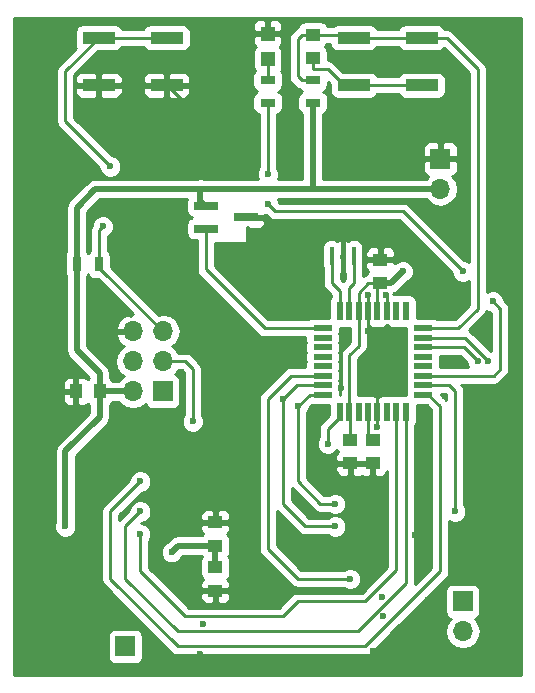
<source format=gbr>
G04 #@! TF.FileFunction,Copper,L1,Top,Signal*
%FSLAX46Y46*%
G04 Gerber Fmt 4.6, Leading zero omitted, Abs format (unit mm)*
G04 Created by KiCad (PCBNEW 4.0.7-e2-6376~58~ubuntu14.04.1) date Sat Jan 13 14:54:45 2018*
%MOMM*%
%LPD*%
G01*
G04 APERTURE LIST*
%ADD10C,0.100000*%
%ADD11R,1.000000X1.250000*%
%ADD12R,1.250000X1.000000*%
%ADD13R,1.200000X1.200000*%
%ADD14R,1.700000X1.700000*%
%ADD15O,1.700000X1.700000*%
%ADD16R,1.300000X0.700000*%
%ADD17R,0.700000X1.300000*%
%ADD18R,0.550000X1.600000*%
%ADD19R,1.600000X0.550000*%
%ADD20R,2.000000X0.650000*%
%ADD21R,2.750000X1.000000*%
%ADD22R,0.300000X1.600000*%
%ADD23C,0.600000*%
%ADD24C,0.500000*%
%ADD25C,0.250000*%
%ADD26C,0.254000*%
G04 APERTURE END LIST*
D10*
D11*
X111490000Y-102870000D03*
X109490000Y-102870000D03*
D12*
X132715000Y-106950000D03*
X132715000Y-108950000D03*
X135255000Y-93710000D03*
X135255000Y-91710000D03*
X121285000Y-117745000D03*
X121285000Y-119745000D03*
X134620000Y-106950000D03*
X134620000Y-108950000D03*
X121285000Y-115935000D03*
X121285000Y-113935000D03*
X129540000Y-74660000D03*
X129540000Y-72660000D03*
D13*
X125730000Y-74760000D03*
X125730000Y-72560000D03*
D14*
X140335000Y-83185000D03*
D15*
X140335000Y-85725000D03*
D14*
X113665000Y-124460000D03*
X142240000Y-120650000D03*
D15*
X142240000Y-123190000D03*
D14*
X116840000Y-102870000D03*
D15*
X114300000Y-102870000D03*
X116840000Y-100330000D03*
X114300000Y-100330000D03*
X116840000Y-97790000D03*
X114300000Y-97790000D03*
D16*
X125730000Y-76520000D03*
X125730000Y-78420000D03*
X129540000Y-78420000D03*
X129540000Y-76520000D03*
D17*
X109540000Y-92075000D03*
X111440000Y-92075000D03*
D18*
X137420000Y-96080000D03*
X136620000Y-96080000D03*
X135820000Y-96080000D03*
X135020000Y-96080000D03*
X134220000Y-96080000D03*
X133420000Y-96080000D03*
X132620000Y-96080000D03*
X131820000Y-96080000D03*
D19*
X130370000Y-97530000D03*
X130370000Y-98330000D03*
X130370000Y-99130000D03*
X130370000Y-99930000D03*
X130370000Y-100730000D03*
X130370000Y-101530000D03*
X130370000Y-102330000D03*
X130370000Y-103130000D03*
D18*
X131820000Y-104580000D03*
X132620000Y-104580000D03*
X133420000Y-104580000D03*
X134220000Y-104580000D03*
X135020000Y-104580000D03*
X135820000Y-104580000D03*
X136620000Y-104580000D03*
X137420000Y-104580000D03*
D19*
X138870000Y-103130000D03*
X138870000Y-102330000D03*
X138870000Y-101530000D03*
X138870000Y-100730000D03*
X138870000Y-99930000D03*
X138870000Y-99130000D03*
X138870000Y-98330000D03*
X138870000Y-97530000D03*
D20*
X120464000Y-87188000D03*
X120464000Y-89088000D03*
X123884000Y-88138000D03*
D21*
X133015000Y-72930000D03*
X138765000Y-72930000D03*
X138765000Y-76930000D03*
X133015000Y-76930000D03*
X111425000Y-72930000D03*
X117175000Y-72930000D03*
X117175000Y-76930000D03*
X111425000Y-76930000D03*
D22*
X132080000Y-91440000D03*
X131130000Y-91440000D03*
X133030000Y-91440000D03*
D23*
X137160000Y-92710000D03*
X120015000Y-85725000D03*
X108585000Y-114300000D03*
X117595000Y-116475000D03*
X139319000Y-120523000D03*
X145796000Y-120269000D03*
X145923000Y-110363000D03*
X113792000Y-121793000D03*
X111379000Y-121793000D03*
X111125000Y-123825000D03*
X110744000Y-125984000D03*
X105156000Y-125984000D03*
X105410000Y-80645000D03*
X105410000Y-116840000D03*
X120269000Y-122555000D03*
X116205000Y-126238000D03*
X118745000Y-126111000D03*
X120015000Y-125095000D03*
X130175000Y-104648000D03*
X128524000Y-112395000D03*
X127381000Y-115570000D03*
X129794000Y-110109000D03*
X133858000Y-102489000D03*
X123317000Y-120523000D03*
X123063000Y-113792000D03*
X134620000Y-124841000D03*
X145796000Y-125730000D03*
X142240000Y-116840000D03*
X135382000Y-120269000D03*
X135509000Y-121920000D03*
X135128000Y-117983000D03*
X138176000Y-115062000D03*
X139065000Y-116967000D03*
X146177000Y-72263000D03*
X127762000Y-79756000D03*
X145923000Y-87249000D03*
X142113000Y-90551000D03*
X140081000Y-92329000D03*
X138684000Y-96266000D03*
X110871000Y-75184000D03*
X111125000Y-87630000D03*
X113665000Y-84328000D03*
X113665000Y-87122000D03*
X108204000Y-87757000D03*
X108331000Y-93726000D03*
X113030000Y-92075000D03*
X111125000Y-93980000D03*
X121539000Y-90678000D03*
X121666000Y-92075000D03*
X135255000Y-90297000D03*
X137795000Y-89916000D03*
X138430000Y-87122000D03*
X138303000Y-84455000D03*
X143510000Y-97282000D03*
X141605000Y-100457000D03*
X141859000Y-95758000D03*
X140716000Y-103251000D03*
X137160000Y-102616000D03*
X138938000Y-105029000D03*
X142621000Y-102743000D03*
X146050000Y-102235000D03*
X110490000Y-113538000D03*
X122809000Y-105791000D03*
X126365000Y-100965000D03*
X125730000Y-88519000D03*
X124714000Y-98298000D03*
X125730000Y-96393000D03*
X122809000Y-102743000D03*
X122174000Y-108585000D03*
X108966000Y-116967000D03*
X105283000Y-72263000D03*
X118364000Y-79502000D03*
X123698000Y-72136000D03*
X132080000Y-89662000D03*
X107950000Y-102870000D03*
X135128000Y-110490000D03*
X131953000Y-102616000D03*
X132080000Y-97917000D03*
X137160000Y-98933000D03*
X134239000Y-97790000D03*
X135763000Y-94742000D03*
X134239000Y-94742000D03*
X135001000Y-105918000D03*
X144399000Y-100330000D03*
X143510000Y-100330000D03*
X128270000Y-104140000D03*
X131445000Y-112395000D03*
X119380000Y-105410000D03*
X130810000Y-107315000D03*
X127000000Y-103505000D03*
X131445000Y-114300000D03*
X112395000Y-83820000D03*
X111760000Y-88900000D03*
X138870000Y-99930000D03*
X125730000Y-84455000D03*
X144780000Y-95250000D03*
X142240000Y-92710000D03*
X125730000Y-86995000D03*
X132715000Y-118745000D03*
X141605000Y-113030000D03*
X114935000Y-114935000D03*
X114935000Y-113030000D03*
X114935000Y-110490000D03*
D24*
X136160000Y-93710000D02*
X135255000Y-93710000D01*
X137160000Y-92710000D02*
X136160000Y-93710000D01*
X129540000Y-78420000D02*
X129540000Y-85725000D01*
X120015000Y-85725000D02*
X129540000Y-85725000D01*
X129540000Y-85725000D02*
X140335000Y-85725000D01*
X108585000Y-114300000D02*
X108585000Y-107950000D01*
X108585000Y-107950000D02*
X111490000Y-105045000D01*
X111490000Y-105045000D02*
X111490000Y-102870000D01*
X120015000Y-85725000D02*
X120015000Y-86739000D01*
X120015000Y-86739000D02*
X120464000Y-87188000D01*
X111490000Y-102870000D02*
X114300000Y-102870000D01*
X111490000Y-102870000D02*
X111490000Y-101330000D01*
X109540000Y-99380000D02*
X109540000Y-92075000D01*
X111490000Y-101330000D02*
X109540000Y-99380000D01*
X120015000Y-85725000D02*
X111125000Y-85725000D01*
X109540000Y-87310000D02*
X109540000Y-92075000D01*
X111125000Y-85725000D02*
X109540000Y-87310000D01*
D25*
X109540000Y-92075000D02*
X109540000Y-90485000D01*
D24*
X121285000Y-115935000D02*
X121285000Y-117745000D01*
X118135000Y-115935000D02*
X121285000Y-115935000D01*
X117595000Y-116475000D02*
X118135000Y-115935000D01*
D25*
X133420000Y-96080000D02*
X133420000Y-94545000D01*
X133420000Y-94545000D02*
X134255000Y-93710000D01*
X134255000Y-93710000D02*
X135255000Y-93710000D01*
X132620000Y-104580000D02*
X132620000Y-99790000D01*
X133420000Y-98990000D02*
X133420000Y-96080000D01*
X132620000Y-99790000D02*
X133420000Y-98990000D01*
X132715000Y-106950000D02*
X132715000Y-104675000D01*
X132715000Y-104675000D02*
X132620000Y-104580000D01*
X135020000Y-96080000D02*
X135020000Y-93945000D01*
X135020000Y-93945000D02*
X135255000Y-93710000D01*
X134620000Y-124841000D02*
X135001000Y-124841000D01*
X135001000Y-124841000D02*
X139319000Y-120523000D01*
X145796000Y-120269000D02*
X145796000Y-110490000D01*
X145796000Y-110490000D02*
X145923000Y-110363000D01*
X105156000Y-125984000D02*
X105156000Y-117094000D01*
X113792000Y-121793000D02*
X111379000Y-121793000D01*
X111125000Y-123825000D02*
X110744000Y-124206000D01*
X110744000Y-124206000D02*
X110744000Y-125984000D01*
X105156000Y-117094000D02*
X105410000Y-116840000D01*
X118999000Y-126111000D02*
X118745000Y-126111000D01*
X120015000Y-125095000D02*
X118999000Y-126111000D01*
X129794000Y-108712000D02*
X129667000Y-108585000D01*
X129667000Y-108585000D02*
X129667000Y-105156000D01*
X129667000Y-105156000D02*
X130175000Y-104648000D01*
X129794000Y-110109000D02*
X129794000Y-108712000D01*
X123317000Y-120523000D02*
X123317000Y-114046000D01*
X123317000Y-114046000D02*
X123063000Y-113792000D01*
X143891000Y-118364000D02*
X143764000Y-118364000D01*
X145796000Y-120269000D02*
X143891000Y-118364000D01*
X134620000Y-124841000D02*
X136779000Y-124841000D01*
X137668000Y-125730000D02*
X145796000Y-125730000D01*
X136779000Y-124841000D02*
X137668000Y-125730000D01*
X145796000Y-125730000D02*
X145796000Y-120269000D01*
X143764000Y-118364000D02*
X142240000Y-116840000D01*
X138176000Y-116078000D02*
X138176000Y-115062000D01*
X139065000Y-116967000D02*
X138176000Y-116078000D01*
X140081000Y-92329000D02*
X140081000Y-94869000D01*
X141986000Y-83185000D02*
X142113000Y-83312000D01*
X142113000Y-83312000D02*
X142113000Y-90551000D01*
X140335000Y-83185000D02*
X141986000Y-83185000D01*
X140081000Y-94869000D02*
X138684000Y-96266000D01*
X111425000Y-76930000D02*
X111425000Y-75738000D01*
X111425000Y-75738000D02*
X110871000Y-75184000D01*
X111633000Y-87122000D02*
X111125000Y-87630000D01*
X113665000Y-87122000D02*
X111633000Y-87122000D01*
X114300000Y-97790000D02*
X112141000Y-97790000D01*
X111125000Y-96774000D02*
X111125000Y-93980000D01*
X112141000Y-97790000D02*
X111125000Y-96774000D01*
X121539000Y-91948000D02*
X121539000Y-90678000D01*
X121666000Y-92075000D02*
X121539000Y-91948000D01*
X135255000Y-90297000D02*
X137414000Y-90297000D01*
X135255000Y-91710000D02*
X135255000Y-90297000D01*
X137414000Y-90297000D02*
X137795000Y-89916000D01*
X140335000Y-83185000D02*
X137922000Y-83185000D01*
X138303000Y-83566000D02*
X138303000Y-84455000D01*
X137922000Y-83185000D02*
X138303000Y-83566000D01*
X144145000Y-102743000D02*
X145542000Y-102743000D01*
X144145000Y-102743000D02*
X142621000Y-102743000D01*
X145542000Y-102743000D02*
X146050000Y-102235000D01*
X110490000Y-113538000D02*
X110490000Y-115443000D01*
X122809000Y-105791000D02*
X122809000Y-107950000D01*
X126365000Y-100965000D02*
X124587000Y-100965000D01*
X124714000Y-99314000D02*
X126365000Y-100965000D01*
X125730000Y-88519000D02*
X125730000Y-96393000D01*
X125349000Y-88138000D02*
X125730000Y-88519000D01*
X123884000Y-88138000D02*
X125349000Y-88138000D01*
X124714000Y-98298000D02*
X124714000Y-99314000D01*
X124587000Y-100965000D02*
X122809000Y-102743000D01*
X122809000Y-105791000D02*
X122809000Y-102743000D01*
X122809000Y-107950000D02*
X122174000Y-108585000D01*
X110490000Y-115443000D02*
X108966000Y-116967000D01*
X118364000Y-78119000D02*
X118364000Y-79502000D01*
X117175000Y-76930000D02*
X118364000Y-78119000D01*
X125730000Y-72560000D02*
X124122000Y-72560000D01*
X124122000Y-72560000D02*
X123698000Y-72136000D01*
X111425000Y-76930000D02*
X117175000Y-76930000D01*
X132080000Y-91440000D02*
X132080000Y-89662000D01*
X109490000Y-102870000D02*
X107950000Y-102870000D01*
X134620000Y-109982000D02*
X134620000Y-108950000D01*
X135128000Y-110490000D02*
X134620000Y-109982000D01*
X135020000Y-103124000D02*
X136652000Y-103124000D01*
X137160000Y-102616000D02*
X137160000Y-98933000D01*
X136652000Y-103124000D02*
X137160000Y-102616000D01*
X131953000Y-98044000D02*
X131953000Y-102616000D01*
X132080000Y-97917000D02*
X131953000Y-98044000D01*
X137160000Y-98933000D02*
X137033000Y-99060000D01*
X134220000Y-96080000D02*
X134220000Y-97771000D01*
X135020000Y-103016000D02*
X135020000Y-103124000D01*
X135020000Y-103124000D02*
X135020000Y-104580000D01*
X134220000Y-97771000D02*
X134239000Y-97790000D01*
X135820000Y-96080000D02*
X135820000Y-94799000D01*
X135820000Y-94799000D02*
X135763000Y-94742000D01*
X134220000Y-96080000D02*
X134220000Y-94761000D01*
X134220000Y-94761000D02*
X134239000Y-94742000D01*
X135020000Y-104580000D02*
X135020000Y-105899000D01*
X135020000Y-105899000D02*
X135001000Y-105918000D01*
X134220000Y-104580000D02*
X134220000Y-106550000D01*
X134220000Y-106550000D02*
X134620000Y-106950000D01*
X133015000Y-76930000D02*
X138765000Y-76930000D01*
D24*
X133015000Y-76930000D02*
X132175000Y-76930000D01*
D25*
X132175000Y-76930000D02*
X130810000Y-75565000D01*
X129540000Y-75565000D02*
X129540000Y-74660000D01*
X130810000Y-75565000D02*
X129540000Y-75565000D01*
X138765000Y-72930000D02*
X140875000Y-72930000D01*
X140875000Y-72930000D02*
X143510000Y-75565000D01*
X143510000Y-75565000D02*
X143510000Y-95885000D01*
X143510000Y-95885000D02*
X141865000Y-97530000D01*
X141865000Y-97530000D02*
X138870000Y-97530000D01*
X129540000Y-76520000D02*
X128590000Y-76520000D01*
X128590000Y-76520000D02*
X128270000Y-76200000D01*
X128270000Y-76200000D02*
X128270000Y-73025000D01*
X128270000Y-73025000D02*
X128635000Y-72660000D01*
X128635000Y-72660000D02*
X129540000Y-72660000D01*
X138765000Y-72930000D02*
X133015000Y-72930000D01*
D24*
X133015000Y-72930000D02*
X132745000Y-72660000D01*
D25*
X132745000Y-72660000D02*
X129540000Y-72660000D01*
X125730000Y-76520000D02*
X125730000Y-74760000D01*
X142399000Y-98330000D02*
X144399000Y-100330000D01*
X142399000Y-98330000D02*
X138870000Y-98330000D01*
X138870000Y-99130000D02*
X142310000Y-99130000D01*
X142310000Y-99130000D02*
X143510000Y-100330000D01*
X130370000Y-103130000D02*
X129280000Y-103130000D01*
X129280000Y-103130000D02*
X128270000Y-104140000D01*
X130175000Y-112395000D02*
X131445000Y-112395000D01*
X128270000Y-110490000D02*
X130175000Y-112395000D01*
X128270000Y-104140000D02*
X128270000Y-110490000D01*
X118745000Y-100330000D02*
X116840000Y-100330000D01*
X119380000Y-100965000D02*
X118745000Y-100330000D01*
X119380000Y-105410000D02*
X119380000Y-100965000D01*
D24*
X131820000Y-104580000D02*
X131820000Y-105035000D01*
D25*
X131820000Y-105035000D02*
X130810000Y-106045000D01*
X130810000Y-106045000D02*
X130810000Y-107315000D01*
X130370000Y-102330000D02*
X128175000Y-102330000D01*
X128175000Y-102330000D02*
X127000000Y-103505000D01*
X127000000Y-103505000D02*
X127000000Y-112395000D01*
X127000000Y-112395000D02*
X128905000Y-114300000D01*
X128905000Y-114300000D02*
X131445000Y-114300000D01*
X111425000Y-72930000D02*
X117175000Y-72930000D01*
X111440000Y-92075000D02*
X111440000Y-89220000D01*
X108585000Y-75770000D02*
X111425000Y-72930000D01*
X108585000Y-80010000D02*
X108585000Y-75770000D01*
X112395000Y-83820000D02*
X108585000Y-80010000D01*
X111440000Y-89220000D02*
X111760000Y-88900000D01*
X111440000Y-92075000D02*
X111440000Y-92390000D01*
X111440000Y-92390000D02*
X116840000Y-97790000D01*
X125730000Y-78420000D02*
X125730000Y-84455000D01*
X144850000Y-101530000D02*
X138870000Y-101530000D01*
X145415000Y-100965000D02*
X144850000Y-101530000D01*
X145415000Y-95885000D02*
X145415000Y-100965000D01*
X144780000Y-95250000D02*
X145415000Y-95885000D01*
X140970000Y-91440000D02*
X142240000Y-92710000D01*
X137160000Y-87630000D02*
X140970000Y-91440000D01*
X126365000Y-87630000D02*
X137160000Y-87630000D01*
X125730000Y-86995000D02*
X126365000Y-87630000D01*
X130370000Y-101530000D02*
X127705000Y-101530000D01*
X127705000Y-101530000D02*
X125730000Y-103505000D01*
X125730000Y-103505000D02*
X125730000Y-116205000D01*
X125730000Y-116205000D02*
X128270000Y-118745000D01*
X128270000Y-118745000D02*
X132715000Y-118745000D01*
X141605000Y-113030000D02*
X141605000Y-104775000D01*
X141605000Y-104775000D02*
X141605000Y-102870000D01*
X141605000Y-102870000D02*
X141065000Y-102330000D01*
X141065000Y-102330000D02*
X138870000Y-102330000D01*
X136620000Y-104580000D02*
X136620000Y-118015000D01*
X136620000Y-118015000D02*
X133985000Y-120650000D01*
X133985000Y-120650000D02*
X128270000Y-120650000D01*
X128270000Y-120650000D02*
X127000000Y-121920000D01*
X127000000Y-121920000D02*
X118745000Y-121920000D01*
X118745000Y-121920000D02*
X114935000Y-118110000D01*
X114935000Y-118110000D02*
X114935000Y-114935000D01*
X137420000Y-104580000D02*
X137420000Y-119120000D01*
X137420000Y-119120000D02*
X133350000Y-123190000D01*
X133350000Y-123190000D02*
X118110000Y-123190000D01*
X118110000Y-123190000D02*
X113665000Y-118745000D01*
X113665000Y-118745000D02*
X113665000Y-114300000D01*
X113665000Y-114300000D02*
X114935000Y-113030000D01*
D24*
X138870000Y-103130000D02*
X139325000Y-103130000D01*
D25*
X139325000Y-103130000D02*
X140335000Y-104140000D01*
X112395000Y-113030000D02*
X114935000Y-110490000D01*
X112395000Y-118745000D02*
X112395000Y-113030000D01*
X118110000Y-124460000D02*
X112395000Y-118745000D01*
X133985000Y-124460000D02*
X118110000Y-124460000D01*
X140335000Y-118110000D02*
X133985000Y-124460000D01*
X140335000Y-104140000D02*
X140335000Y-118110000D01*
X130370000Y-97530000D02*
X125470000Y-97530000D01*
X120464000Y-92524000D02*
X120464000Y-89088000D01*
X125470000Y-97530000D02*
X120464000Y-92524000D01*
X131820000Y-96080000D02*
X131820000Y-94355000D01*
X131820000Y-94355000D02*
X131445000Y-93980000D01*
X131130000Y-93665000D02*
X131130000Y-91440000D01*
X131820000Y-94355000D02*
X131445000Y-93980000D01*
X131445000Y-93980000D02*
X131130000Y-93665000D01*
X132620000Y-96080000D02*
X132620000Y-94075000D01*
X133030000Y-93665000D02*
X133030000Y-91440000D01*
X132620000Y-94075000D02*
X133030000Y-93665000D01*
D26*
G36*
X147193000Y-126873000D02*
X104267000Y-126873000D01*
X104267000Y-123610000D01*
X112167560Y-123610000D01*
X112167560Y-125310000D01*
X112211838Y-125545317D01*
X112350910Y-125761441D01*
X112563110Y-125906431D01*
X112815000Y-125957440D01*
X114515000Y-125957440D01*
X114750317Y-125913162D01*
X114966441Y-125774090D01*
X115111431Y-125561890D01*
X115162440Y-125310000D01*
X115162440Y-123610000D01*
X115118162Y-123374683D01*
X114979090Y-123158559D01*
X114766890Y-123013569D01*
X114515000Y-122962560D01*
X112815000Y-122962560D01*
X112579683Y-123006838D01*
X112363559Y-123145910D01*
X112218569Y-123358110D01*
X112167560Y-123610000D01*
X104267000Y-123610000D01*
X104267000Y-114485167D01*
X107649838Y-114485167D01*
X107791883Y-114828943D01*
X108054673Y-115092192D01*
X108398201Y-115234838D01*
X108770167Y-115235162D01*
X109113943Y-115093117D01*
X109377192Y-114830327D01*
X109519838Y-114486799D01*
X109520162Y-114114833D01*
X109470000Y-113993431D01*
X109470000Y-108316580D01*
X112115787Y-105670792D01*
X112115790Y-105670790D01*
X112307633Y-105383675D01*
X112375000Y-105045000D01*
X112375000Y-104001844D01*
X112441441Y-103959090D01*
X112580890Y-103755000D01*
X113110568Y-103755000D01*
X113220853Y-103920054D01*
X113702622Y-104241961D01*
X114270907Y-104355000D01*
X114329093Y-104355000D01*
X114897378Y-104241961D01*
X115379147Y-103920054D01*
X115379971Y-103918821D01*
X115386838Y-103955317D01*
X115525910Y-104171441D01*
X115738110Y-104316431D01*
X115990000Y-104367440D01*
X117690000Y-104367440D01*
X117925317Y-104323162D01*
X118141441Y-104184090D01*
X118286431Y-103971890D01*
X118337440Y-103720000D01*
X118337440Y-102020000D01*
X118293162Y-101784683D01*
X118154090Y-101568559D01*
X117941890Y-101423569D01*
X117874459Y-101409914D01*
X117919147Y-101380054D01*
X118112954Y-101090000D01*
X118430198Y-101090000D01*
X118620000Y-101279802D01*
X118620000Y-104847537D01*
X118587808Y-104879673D01*
X118445162Y-105223201D01*
X118444838Y-105595167D01*
X118586883Y-105938943D01*
X118849673Y-106202192D01*
X119193201Y-106344838D01*
X119565167Y-106345162D01*
X119908943Y-106203117D01*
X120172192Y-105940327D01*
X120314838Y-105596799D01*
X120315162Y-105224833D01*
X120173117Y-104881057D01*
X120140000Y-104847882D01*
X120140000Y-100965000D01*
X120082148Y-100674161D01*
X119917401Y-100427599D01*
X119282401Y-99792599D01*
X119035839Y-99627852D01*
X118745000Y-99570000D01*
X118112954Y-99570000D01*
X117919147Y-99279946D01*
X117589974Y-99060000D01*
X117919147Y-98840054D01*
X118241054Y-98358285D01*
X118354093Y-97790000D01*
X118241054Y-97221715D01*
X117919147Y-96739946D01*
X117437378Y-96418039D01*
X116869093Y-96305000D01*
X116810907Y-96305000D01*
X116493031Y-96368229D01*
X112437440Y-92312638D01*
X112437440Y-91425000D01*
X112393162Y-91189683D01*
X112254090Y-90973559D01*
X112200000Y-90936601D01*
X112200000Y-89729867D01*
X112288943Y-89693117D01*
X112552192Y-89430327D01*
X112694838Y-89086799D01*
X112695162Y-88714833D01*
X112553117Y-88371057D01*
X112290327Y-88107808D01*
X111946799Y-87965162D01*
X111574833Y-87964838D01*
X111231057Y-88106883D01*
X110967808Y-88369673D01*
X110825162Y-88713201D01*
X110825088Y-88798603D01*
X110737852Y-88929161D01*
X110680000Y-89220000D01*
X110680000Y-90934243D01*
X110638559Y-90960910D01*
X110493569Y-91173110D01*
X110490919Y-91186197D01*
X110425000Y-91083756D01*
X110425000Y-87676580D01*
X111491579Y-86610000D01*
X118868327Y-86610000D01*
X118867569Y-86611110D01*
X118816560Y-86863000D01*
X118816560Y-87513000D01*
X118860838Y-87748317D01*
X118999910Y-87964441D01*
X119212110Y-88109431D01*
X119349120Y-88137176D01*
X119228683Y-88159838D01*
X119012559Y-88298910D01*
X118867569Y-88511110D01*
X118816560Y-88763000D01*
X118816560Y-89413000D01*
X118860838Y-89648317D01*
X118999910Y-89864441D01*
X119212110Y-90009431D01*
X119464000Y-90060440D01*
X119704000Y-90060440D01*
X119704000Y-92524000D01*
X119761852Y-92814839D01*
X119926599Y-93061401D01*
X124932599Y-98067401D01*
X125179161Y-98232148D01*
X125470000Y-98290000D01*
X128922560Y-98290000D01*
X128922560Y-98605000D01*
X128946944Y-98734589D01*
X128922560Y-98855000D01*
X128922560Y-99405000D01*
X128946944Y-99534589D01*
X128922560Y-99655000D01*
X128922560Y-100205000D01*
X128946944Y-100334589D01*
X128922560Y-100455000D01*
X128922560Y-100770000D01*
X127705000Y-100770000D01*
X127414161Y-100827852D01*
X127167599Y-100992599D01*
X125192599Y-102967599D01*
X125027852Y-103214161D01*
X124970000Y-103505000D01*
X124970000Y-116205000D01*
X125027852Y-116495839D01*
X125192599Y-116742401D01*
X127732599Y-119282401D01*
X127979160Y-119447148D01*
X128027414Y-119456746D01*
X128270000Y-119505000D01*
X132152537Y-119505000D01*
X132184673Y-119537192D01*
X132528201Y-119679838D01*
X132900167Y-119680162D01*
X133243943Y-119538117D01*
X133507192Y-119275327D01*
X133649838Y-118931799D01*
X133650162Y-118559833D01*
X133508117Y-118216057D01*
X133245327Y-117952808D01*
X132901799Y-117810162D01*
X132529833Y-117809838D01*
X132186057Y-117951883D01*
X132152882Y-117985000D01*
X128584802Y-117985000D01*
X126490000Y-115890198D01*
X126490000Y-112959802D01*
X128367599Y-114837401D01*
X128614161Y-115002148D01*
X128905000Y-115060000D01*
X130882537Y-115060000D01*
X130914673Y-115092192D01*
X131258201Y-115234838D01*
X131630167Y-115235162D01*
X131973943Y-115093117D01*
X132237192Y-114830327D01*
X132379838Y-114486799D01*
X132380162Y-114114833D01*
X132238117Y-113771057D01*
X131975327Y-113507808D01*
X131631799Y-113365162D01*
X131259833Y-113364838D01*
X130916057Y-113506883D01*
X130882882Y-113540000D01*
X129219802Y-113540000D01*
X127760000Y-112080198D01*
X127760000Y-111054802D01*
X129637599Y-112932401D01*
X129884161Y-113097148D01*
X130175000Y-113155000D01*
X130882537Y-113155000D01*
X130914673Y-113187192D01*
X131258201Y-113329838D01*
X131630167Y-113330162D01*
X131973943Y-113188117D01*
X132237192Y-112925327D01*
X132379838Y-112581799D01*
X132380162Y-112209833D01*
X132238117Y-111866057D01*
X131975327Y-111602808D01*
X131631799Y-111460162D01*
X131259833Y-111459838D01*
X130916057Y-111601883D01*
X130882882Y-111635000D01*
X130489802Y-111635000D01*
X129030000Y-110175198D01*
X129030000Y-109235750D01*
X131455000Y-109235750D01*
X131455000Y-109576309D01*
X131551673Y-109809698D01*
X131730301Y-109988327D01*
X131963690Y-110085000D01*
X132429250Y-110085000D01*
X132588000Y-109926250D01*
X132588000Y-109077000D01*
X132842000Y-109077000D01*
X132842000Y-109926250D01*
X133000750Y-110085000D01*
X133466310Y-110085000D01*
X133667500Y-110001664D01*
X133868690Y-110085000D01*
X134334250Y-110085000D01*
X134493000Y-109926250D01*
X134493000Y-109077000D01*
X132842000Y-109077000D01*
X132588000Y-109077000D01*
X131613750Y-109077000D01*
X131455000Y-109235750D01*
X129030000Y-109235750D01*
X129030000Y-104702463D01*
X129062192Y-104670327D01*
X129204838Y-104326799D01*
X129204879Y-104279923D01*
X129455541Y-104029261D01*
X129570000Y-104052440D01*
X130897560Y-104052440D01*
X130897560Y-104882638D01*
X130272599Y-105507599D01*
X130107852Y-105754161D01*
X130050000Y-106045000D01*
X130050000Y-106752537D01*
X130017808Y-106784673D01*
X129875162Y-107128201D01*
X129874838Y-107500167D01*
X130016883Y-107843943D01*
X130279673Y-108107192D01*
X130623201Y-108249838D01*
X130995167Y-108250162D01*
X131338943Y-108108117D01*
X131594648Y-107852858D01*
X131625910Y-107901441D01*
X131694006Y-107947969D01*
X131551673Y-108090302D01*
X131455000Y-108323691D01*
X131455000Y-108664250D01*
X131613750Y-108823000D01*
X132588000Y-108823000D01*
X132588000Y-108803000D01*
X132842000Y-108803000D01*
X132842000Y-108823000D01*
X134493000Y-108823000D01*
X134493000Y-108803000D01*
X134747000Y-108803000D01*
X134747000Y-108823000D01*
X134767000Y-108823000D01*
X134767000Y-109077000D01*
X134747000Y-109077000D01*
X134747000Y-109926250D01*
X134905750Y-110085000D01*
X135371310Y-110085000D01*
X135604699Y-109988327D01*
X135783327Y-109809698D01*
X135860000Y-109624593D01*
X135860000Y-117700198D01*
X133670198Y-119890000D01*
X128270000Y-119890000D01*
X127979160Y-119947852D01*
X127732599Y-120112599D01*
X126685198Y-121160000D01*
X119059802Y-121160000D01*
X117930552Y-120030750D01*
X120025000Y-120030750D01*
X120025000Y-120371309D01*
X120121673Y-120604698D01*
X120300301Y-120783327D01*
X120533690Y-120880000D01*
X120999250Y-120880000D01*
X121158000Y-120721250D01*
X121158000Y-119872000D01*
X121412000Y-119872000D01*
X121412000Y-120721250D01*
X121570750Y-120880000D01*
X122036310Y-120880000D01*
X122269699Y-120783327D01*
X122448327Y-120604698D01*
X122545000Y-120371309D01*
X122545000Y-120030750D01*
X122386250Y-119872000D01*
X121412000Y-119872000D01*
X121158000Y-119872000D01*
X120183750Y-119872000D01*
X120025000Y-120030750D01*
X117930552Y-120030750D01*
X115695000Y-117795198D01*
X115695000Y-116660167D01*
X116659838Y-116660167D01*
X116801883Y-117003943D01*
X117064673Y-117267192D01*
X117408201Y-117409838D01*
X117780167Y-117410162D01*
X118123943Y-117268117D01*
X118387192Y-117005327D01*
X118437566Y-116884014D01*
X118501579Y-116820000D01*
X120153156Y-116820000D01*
X120167073Y-116841627D01*
X120063569Y-116993110D01*
X120012560Y-117245000D01*
X120012560Y-118245000D01*
X120056838Y-118480317D01*
X120195910Y-118696441D01*
X120264006Y-118742969D01*
X120121673Y-118885302D01*
X120025000Y-119118691D01*
X120025000Y-119459250D01*
X120183750Y-119618000D01*
X121158000Y-119618000D01*
X121158000Y-119598000D01*
X121412000Y-119598000D01*
X121412000Y-119618000D01*
X122386250Y-119618000D01*
X122545000Y-119459250D01*
X122545000Y-119118691D01*
X122448327Y-118885302D01*
X122307090Y-118744064D01*
X122361441Y-118709090D01*
X122506431Y-118496890D01*
X122557440Y-118245000D01*
X122557440Y-117245000D01*
X122513162Y-117009683D01*
X122402927Y-116838373D01*
X122506431Y-116686890D01*
X122557440Y-116435000D01*
X122557440Y-115435000D01*
X122513162Y-115199683D01*
X122374090Y-114983559D01*
X122305994Y-114937031D01*
X122448327Y-114794698D01*
X122545000Y-114561309D01*
X122545000Y-114220750D01*
X122386250Y-114062000D01*
X121412000Y-114062000D01*
X121412000Y-114082000D01*
X121158000Y-114082000D01*
X121158000Y-114062000D01*
X120183750Y-114062000D01*
X120025000Y-114220750D01*
X120025000Y-114561309D01*
X120121673Y-114794698D01*
X120262910Y-114935936D01*
X120208559Y-114970910D01*
X120154519Y-115050000D01*
X118135000Y-115050000D01*
X117796325Y-115117367D01*
X117509210Y-115309210D01*
X117509208Y-115309213D01*
X117186165Y-115632256D01*
X117066057Y-115681883D01*
X116802808Y-115944673D01*
X116660162Y-116288201D01*
X116659838Y-116660167D01*
X115695000Y-116660167D01*
X115695000Y-115497463D01*
X115727192Y-115465327D01*
X115869838Y-115121799D01*
X115870162Y-114749833D01*
X115728117Y-114406057D01*
X115465327Y-114142808D01*
X115121799Y-114000162D01*
X115039712Y-114000090D01*
X115074680Y-113965122D01*
X115120167Y-113965162D01*
X115463943Y-113823117D01*
X115727192Y-113560327D01*
X115831680Y-113308691D01*
X120025000Y-113308691D01*
X120025000Y-113649250D01*
X120183750Y-113808000D01*
X121158000Y-113808000D01*
X121158000Y-112958750D01*
X121412000Y-112958750D01*
X121412000Y-113808000D01*
X122386250Y-113808000D01*
X122545000Y-113649250D01*
X122545000Y-113308691D01*
X122448327Y-113075302D01*
X122269699Y-112896673D01*
X122036310Y-112800000D01*
X121570750Y-112800000D01*
X121412000Y-112958750D01*
X121158000Y-112958750D01*
X120999250Y-112800000D01*
X120533690Y-112800000D01*
X120300301Y-112896673D01*
X120121673Y-113075302D01*
X120025000Y-113308691D01*
X115831680Y-113308691D01*
X115869838Y-113216799D01*
X115870162Y-112844833D01*
X115728117Y-112501057D01*
X115465327Y-112237808D01*
X115121799Y-112095162D01*
X114749833Y-112094838D01*
X114406057Y-112236883D01*
X114142808Y-112499673D01*
X114000162Y-112843201D01*
X114000121Y-112890077D01*
X113155000Y-113735198D01*
X113155000Y-113344802D01*
X115074680Y-111425122D01*
X115120167Y-111425162D01*
X115463943Y-111283117D01*
X115727192Y-111020327D01*
X115869838Y-110676799D01*
X115870162Y-110304833D01*
X115728117Y-109961057D01*
X115465327Y-109697808D01*
X115121799Y-109555162D01*
X114749833Y-109554838D01*
X114406057Y-109696883D01*
X114142808Y-109959673D01*
X114000162Y-110303201D01*
X114000121Y-110350077D01*
X111857599Y-112492599D01*
X111692852Y-112739161D01*
X111635000Y-113030000D01*
X111635000Y-118745000D01*
X111692852Y-119035839D01*
X111857599Y-119282401D01*
X117572599Y-124997402D01*
X117819161Y-125162148D01*
X118110000Y-125220000D01*
X133985000Y-125220000D01*
X134275839Y-125162148D01*
X134522401Y-124997401D01*
X136329802Y-123190000D01*
X140725907Y-123190000D01*
X140838946Y-123758285D01*
X141160853Y-124240054D01*
X141642622Y-124561961D01*
X142210907Y-124675000D01*
X142269093Y-124675000D01*
X142837378Y-124561961D01*
X143319147Y-124240054D01*
X143641054Y-123758285D01*
X143754093Y-123190000D01*
X143641054Y-122621715D01*
X143319147Y-122139946D01*
X143277548Y-122112150D01*
X143325317Y-122103162D01*
X143541441Y-121964090D01*
X143686431Y-121751890D01*
X143737440Y-121500000D01*
X143737440Y-119800000D01*
X143693162Y-119564683D01*
X143554090Y-119348559D01*
X143341890Y-119203569D01*
X143090000Y-119152560D01*
X141390000Y-119152560D01*
X141154683Y-119196838D01*
X140938559Y-119335910D01*
X140793569Y-119548110D01*
X140742560Y-119800000D01*
X140742560Y-121500000D01*
X140786838Y-121735317D01*
X140925910Y-121951441D01*
X141138110Y-122096431D01*
X141205541Y-122110086D01*
X141160853Y-122139946D01*
X140838946Y-122621715D01*
X140725907Y-123190000D01*
X136329802Y-123190000D01*
X140872401Y-118647401D01*
X141037148Y-118400839D01*
X141095000Y-118110000D01*
X141095000Y-113830633D01*
X141418201Y-113964838D01*
X141790167Y-113965162D01*
X142133943Y-113823117D01*
X142397192Y-113560327D01*
X142539838Y-113216799D01*
X142540162Y-112844833D01*
X142398117Y-112501057D01*
X142365000Y-112467882D01*
X142365000Y-102870000D01*
X142358866Y-102839161D01*
X142307148Y-102579160D01*
X142142401Y-102332599D01*
X142099802Y-102290000D01*
X144850000Y-102290000D01*
X145140839Y-102232148D01*
X145387401Y-102067401D01*
X145952401Y-101502401D01*
X146117148Y-101255839D01*
X146175000Y-100965000D01*
X146175000Y-95885000D01*
X146117148Y-95594161D01*
X145952401Y-95347599D01*
X145715122Y-95110320D01*
X145715162Y-95064833D01*
X145573117Y-94721057D01*
X145310327Y-94457808D01*
X144966799Y-94315162D01*
X144594833Y-94314838D01*
X144270000Y-94449056D01*
X144270000Y-75565000D01*
X144212148Y-75274161D01*
X144047401Y-75027599D01*
X141412401Y-72392599D01*
X141165839Y-72227852D01*
X140875000Y-72170000D01*
X140727279Y-72170000D01*
X140604090Y-71978559D01*
X140391890Y-71833569D01*
X140140000Y-71782560D01*
X137390000Y-71782560D01*
X137154683Y-71826838D01*
X136938559Y-71965910D01*
X136799110Y-72170000D01*
X134977279Y-72170000D01*
X134854090Y-71978559D01*
X134641890Y-71833569D01*
X134390000Y-71782560D01*
X132783011Y-71782560D01*
X132745000Y-71774999D01*
X132706989Y-71782560D01*
X131640000Y-71782560D01*
X131404683Y-71826838D01*
X131290986Y-71900000D01*
X130752279Y-71900000D01*
X130629090Y-71708559D01*
X130416890Y-71563569D01*
X130165000Y-71512560D01*
X128915000Y-71512560D01*
X128679683Y-71556838D01*
X128463559Y-71695910D01*
X128318569Y-71908110D01*
X128302915Y-71985412D01*
X128097599Y-72122599D01*
X127732599Y-72487599D01*
X127567852Y-72734161D01*
X127510000Y-73025000D01*
X127510000Y-76200000D01*
X127567852Y-76490839D01*
X127732599Y-76737401D01*
X128052599Y-77057401D01*
X128299160Y-77222148D01*
X128371243Y-77236486D01*
X128425910Y-77321441D01*
X128638110Y-77466431D01*
X128651197Y-77469081D01*
X128438559Y-77605910D01*
X128293569Y-77818110D01*
X128242560Y-78070000D01*
X128242560Y-78770000D01*
X128286838Y-79005317D01*
X128425910Y-79221441D01*
X128638110Y-79366431D01*
X128655000Y-79369851D01*
X128655000Y-84840000D01*
X126582537Y-84840000D01*
X126664838Y-84641799D01*
X126665162Y-84269833D01*
X126523117Y-83926057D01*
X126490000Y-83892882D01*
X126490000Y-79396742D01*
X126615317Y-79373162D01*
X126831441Y-79234090D01*
X126976431Y-79021890D01*
X127027440Y-78770000D01*
X127027440Y-78070000D01*
X126983162Y-77834683D01*
X126844090Y-77618559D01*
X126631890Y-77473569D01*
X126618803Y-77470919D01*
X126831441Y-77334090D01*
X126976431Y-77121890D01*
X127027440Y-76870000D01*
X127027440Y-76170000D01*
X126983162Y-75934683D01*
X126848677Y-75725687D01*
X126926431Y-75611890D01*
X126977440Y-75360000D01*
X126977440Y-74160000D01*
X126933162Y-73924683D01*
X126794090Y-73708559D01*
X126725994Y-73662031D01*
X126868327Y-73519698D01*
X126965000Y-73286309D01*
X126965000Y-72845750D01*
X126806250Y-72687000D01*
X125857000Y-72687000D01*
X125857000Y-72707000D01*
X125603000Y-72707000D01*
X125603000Y-72687000D01*
X124653750Y-72687000D01*
X124495000Y-72845750D01*
X124495000Y-73286309D01*
X124591673Y-73519698D01*
X124732910Y-73660936D01*
X124678559Y-73695910D01*
X124533569Y-73908110D01*
X124482560Y-74160000D01*
X124482560Y-75360000D01*
X124526838Y-75595317D01*
X124612823Y-75728941D01*
X124483569Y-75918110D01*
X124432560Y-76170000D01*
X124432560Y-76870000D01*
X124476838Y-77105317D01*
X124615910Y-77321441D01*
X124828110Y-77466431D01*
X124841197Y-77469081D01*
X124628559Y-77605910D01*
X124483569Y-77818110D01*
X124432560Y-78070000D01*
X124432560Y-78770000D01*
X124476838Y-79005317D01*
X124615910Y-79221441D01*
X124828110Y-79366431D01*
X124970000Y-79395164D01*
X124970000Y-83892537D01*
X124937808Y-83924673D01*
X124795162Y-84268201D01*
X124794838Y-84640167D01*
X124877407Y-84840000D01*
X120321822Y-84840000D01*
X120201799Y-84790162D01*
X119829833Y-84789838D01*
X119708431Y-84840000D01*
X111125000Y-84840000D01*
X110786325Y-84907367D01*
X110499210Y-85099210D01*
X110499208Y-85099213D01*
X108914210Y-86684210D01*
X108722367Y-86971325D01*
X108722367Y-86971326D01*
X108654999Y-87310000D01*
X108655000Y-87310005D01*
X108655000Y-91083203D01*
X108593569Y-91173110D01*
X108542560Y-91425000D01*
X108542560Y-92725000D01*
X108586838Y-92960317D01*
X108655000Y-93066244D01*
X108655000Y-99379995D01*
X108654999Y-99380000D01*
X108709701Y-99655000D01*
X108722367Y-99718675D01*
X108814419Y-99856441D01*
X108914210Y-100005790D01*
X110605000Y-101696579D01*
X110605000Y-101738156D01*
X110538559Y-101780910D01*
X110492031Y-101849006D01*
X110349698Y-101706673D01*
X110116309Y-101610000D01*
X109775750Y-101610000D01*
X109617000Y-101768750D01*
X109617000Y-102743000D01*
X109637000Y-102743000D01*
X109637000Y-102997000D01*
X109617000Y-102997000D01*
X109617000Y-103971250D01*
X109775750Y-104130000D01*
X110116309Y-104130000D01*
X110349698Y-104033327D01*
X110490936Y-103892090D01*
X110525910Y-103946441D01*
X110605000Y-104000481D01*
X110605000Y-104678421D01*
X107959210Y-107324210D01*
X107767367Y-107611325D01*
X107767367Y-107611326D01*
X107699999Y-107950000D01*
X107700000Y-107950005D01*
X107700000Y-113993178D01*
X107650162Y-114113201D01*
X107649838Y-114485167D01*
X104267000Y-114485167D01*
X104267000Y-103155750D01*
X108355000Y-103155750D01*
X108355000Y-103621310D01*
X108451673Y-103854699D01*
X108630302Y-104033327D01*
X108863691Y-104130000D01*
X109204250Y-104130000D01*
X109363000Y-103971250D01*
X109363000Y-102997000D01*
X108513750Y-102997000D01*
X108355000Y-103155750D01*
X104267000Y-103155750D01*
X104267000Y-102118690D01*
X108355000Y-102118690D01*
X108355000Y-102584250D01*
X108513750Y-102743000D01*
X109363000Y-102743000D01*
X109363000Y-101768750D01*
X109204250Y-101610000D01*
X108863691Y-101610000D01*
X108630302Y-101706673D01*
X108451673Y-101885301D01*
X108355000Y-102118690D01*
X104267000Y-102118690D01*
X104267000Y-75770000D01*
X107825000Y-75770000D01*
X107825000Y-80010000D01*
X107882852Y-80300839D01*
X108047599Y-80547401D01*
X111459878Y-83959680D01*
X111459838Y-84005167D01*
X111601883Y-84348943D01*
X111864673Y-84612192D01*
X112208201Y-84754838D01*
X112580167Y-84755162D01*
X112923943Y-84613117D01*
X113187192Y-84350327D01*
X113329838Y-84006799D01*
X113330162Y-83634833D01*
X113188117Y-83291057D01*
X112925327Y-83027808D01*
X112581799Y-82885162D01*
X112534923Y-82885121D01*
X109345000Y-79695198D01*
X109345000Y-77215750D01*
X109415000Y-77215750D01*
X109415000Y-77556310D01*
X109511673Y-77789699D01*
X109690302Y-77968327D01*
X109923691Y-78065000D01*
X111139250Y-78065000D01*
X111298000Y-77906250D01*
X111298000Y-77057000D01*
X111552000Y-77057000D01*
X111552000Y-77906250D01*
X111710750Y-78065000D01*
X112926309Y-78065000D01*
X113159698Y-77968327D01*
X113338327Y-77789699D01*
X113435000Y-77556310D01*
X113435000Y-77215750D01*
X115165000Y-77215750D01*
X115165000Y-77556310D01*
X115261673Y-77789699D01*
X115440302Y-77968327D01*
X115673691Y-78065000D01*
X116889250Y-78065000D01*
X117048000Y-77906250D01*
X117048000Y-77057000D01*
X117302000Y-77057000D01*
X117302000Y-77906250D01*
X117460750Y-78065000D01*
X118676309Y-78065000D01*
X118909698Y-77968327D01*
X119088327Y-77789699D01*
X119185000Y-77556310D01*
X119185000Y-77215750D01*
X119026250Y-77057000D01*
X117302000Y-77057000D01*
X117048000Y-77057000D01*
X115323750Y-77057000D01*
X115165000Y-77215750D01*
X113435000Y-77215750D01*
X113276250Y-77057000D01*
X111552000Y-77057000D01*
X111298000Y-77057000D01*
X109573750Y-77057000D01*
X109415000Y-77215750D01*
X109345000Y-77215750D01*
X109345000Y-76303690D01*
X109415000Y-76303690D01*
X109415000Y-76644250D01*
X109573750Y-76803000D01*
X111298000Y-76803000D01*
X111298000Y-75953750D01*
X111552000Y-75953750D01*
X111552000Y-76803000D01*
X113276250Y-76803000D01*
X113435000Y-76644250D01*
X113435000Y-76303690D01*
X115165000Y-76303690D01*
X115165000Y-76644250D01*
X115323750Y-76803000D01*
X117048000Y-76803000D01*
X117048000Y-75953750D01*
X117302000Y-75953750D01*
X117302000Y-76803000D01*
X119026250Y-76803000D01*
X119185000Y-76644250D01*
X119185000Y-76303690D01*
X119088327Y-76070301D01*
X118909698Y-75891673D01*
X118676309Y-75795000D01*
X117460750Y-75795000D01*
X117302000Y-75953750D01*
X117048000Y-75953750D01*
X116889250Y-75795000D01*
X115673691Y-75795000D01*
X115440302Y-75891673D01*
X115261673Y-76070301D01*
X115165000Y-76303690D01*
X113435000Y-76303690D01*
X113338327Y-76070301D01*
X113159698Y-75891673D01*
X112926309Y-75795000D01*
X111710750Y-75795000D01*
X111552000Y-75953750D01*
X111298000Y-75953750D01*
X111139250Y-75795000D01*
X109923691Y-75795000D01*
X109690302Y-75891673D01*
X109511673Y-76070301D01*
X109415000Y-76303690D01*
X109345000Y-76303690D01*
X109345000Y-76084802D01*
X111352362Y-74077440D01*
X112800000Y-74077440D01*
X113035317Y-74033162D01*
X113251441Y-73894090D01*
X113390890Y-73690000D01*
X115212721Y-73690000D01*
X115335910Y-73881441D01*
X115548110Y-74026431D01*
X115800000Y-74077440D01*
X118550000Y-74077440D01*
X118785317Y-74033162D01*
X119001441Y-73894090D01*
X119146431Y-73681890D01*
X119197440Y-73430000D01*
X119197440Y-72430000D01*
X119153162Y-72194683D01*
X119014090Y-71978559D01*
X118802069Y-71833691D01*
X124495000Y-71833691D01*
X124495000Y-72274250D01*
X124653750Y-72433000D01*
X125603000Y-72433000D01*
X125603000Y-71483750D01*
X125857000Y-71483750D01*
X125857000Y-72433000D01*
X126806250Y-72433000D01*
X126965000Y-72274250D01*
X126965000Y-71833691D01*
X126868327Y-71600302D01*
X126689699Y-71421673D01*
X126456310Y-71325000D01*
X126015750Y-71325000D01*
X125857000Y-71483750D01*
X125603000Y-71483750D01*
X125444250Y-71325000D01*
X125003690Y-71325000D01*
X124770301Y-71421673D01*
X124591673Y-71600302D01*
X124495000Y-71833691D01*
X118802069Y-71833691D01*
X118801890Y-71833569D01*
X118550000Y-71782560D01*
X115800000Y-71782560D01*
X115564683Y-71826838D01*
X115348559Y-71965910D01*
X115209110Y-72170000D01*
X113387279Y-72170000D01*
X113264090Y-71978559D01*
X113051890Y-71833569D01*
X112800000Y-71782560D01*
X110050000Y-71782560D01*
X109814683Y-71826838D01*
X109598559Y-71965910D01*
X109453569Y-72178110D01*
X109402560Y-72430000D01*
X109402560Y-73430000D01*
X109446838Y-73665317D01*
X109512633Y-73767565D01*
X108047599Y-75232599D01*
X107882852Y-75479161D01*
X107825000Y-75770000D01*
X104267000Y-75770000D01*
X104267000Y-71247000D01*
X147193000Y-71247000D01*
X147193000Y-126873000D01*
X147193000Y-126873000D01*
G37*
X147193000Y-126873000D02*
X104267000Y-126873000D01*
X104267000Y-123610000D01*
X112167560Y-123610000D01*
X112167560Y-125310000D01*
X112211838Y-125545317D01*
X112350910Y-125761441D01*
X112563110Y-125906431D01*
X112815000Y-125957440D01*
X114515000Y-125957440D01*
X114750317Y-125913162D01*
X114966441Y-125774090D01*
X115111431Y-125561890D01*
X115162440Y-125310000D01*
X115162440Y-123610000D01*
X115118162Y-123374683D01*
X114979090Y-123158559D01*
X114766890Y-123013569D01*
X114515000Y-122962560D01*
X112815000Y-122962560D01*
X112579683Y-123006838D01*
X112363559Y-123145910D01*
X112218569Y-123358110D01*
X112167560Y-123610000D01*
X104267000Y-123610000D01*
X104267000Y-114485167D01*
X107649838Y-114485167D01*
X107791883Y-114828943D01*
X108054673Y-115092192D01*
X108398201Y-115234838D01*
X108770167Y-115235162D01*
X109113943Y-115093117D01*
X109377192Y-114830327D01*
X109519838Y-114486799D01*
X109520162Y-114114833D01*
X109470000Y-113993431D01*
X109470000Y-108316580D01*
X112115787Y-105670792D01*
X112115790Y-105670790D01*
X112307633Y-105383675D01*
X112375000Y-105045000D01*
X112375000Y-104001844D01*
X112441441Y-103959090D01*
X112580890Y-103755000D01*
X113110568Y-103755000D01*
X113220853Y-103920054D01*
X113702622Y-104241961D01*
X114270907Y-104355000D01*
X114329093Y-104355000D01*
X114897378Y-104241961D01*
X115379147Y-103920054D01*
X115379971Y-103918821D01*
X115386838Y-103955317D01*
X115525910Y-104171441D01*
X115738110Y-104316431D01*
X115990000Y-104367440D01*
X117690000Y-104367440D01*
X117925317Y-104323162D01*
X118141441Y-104184090D01*
X118286431Y-103971890D01*
X118337440Y-103720000D01*
X118337440Y-102020000D01*
X118293162Y-101784683D01*
X118154090Y-101568559D01*
X117941890Y-101423569D01*
X117874459Y-101409914D01*
X117919147Y-101380054D01*
X118112954Y-101090000D01*
X118430198Y-101090000D01*
X118620000Y-101279802D01*
X118620000Y-104847537D01*
X118587808Y-104879673D01*
X118445162Y-105223201D01*
X118444838Y-105595167D01*
X118586883Y-105938943D01*
X118849673Y-106202192D01*
X119193201Y-106344838D01*
X119565167Y-106345162D01*
X119908943Y-106203117D01*
X120172192Y-105940327D01*
X120314838Y-105596799D01*
X120315162Y-105224833D01*
X120173117Y-104881057D01*
X120140000Y-104847882D01*
X120140000Y-100965000D01*
X120082148Y-100674161D01*
X119917401Y-100427599D01*
X119282401Y-99792599D01*
X119035839Y-99627852D01*
X118745000Y-99570000D01*
X118112954Y-99570000D01*
X117919147Y-99279946D01*
X117589974Y-99060000D01*
X117919147Y-98840054D01*
X118241054Y-98358285D01*
X118354093Y-97790000D01*
X118241054Y-97221715D01*
X117919147Y-96739946D01*
X117437378Y-96418039D01*
X116869093Y-96305000D01*
X116810907Y-96305000D01*
X116493031Y-96368229D01*
X112437440Y-92312638D01*
X112437440Y-91425000D01*
X112393162Y-91189683D01*
X112254090Y-90973559D01*
X112200000Y-90936601D01*
X112200000Y-89729867D01*
X112288943Y-89693117D01*
X112552192Y-89430327D01*
X112694838Y-89086799D01*
X112695162Y-88714833D01*
X112553117Y-88371057D01*
X112290327Y-88107808D01*
X111946799Y-87965162D01*
X111574833Y-87964838D01*
X111231057Y-88106883D01*
X110967808Y-88369673D01*
X110825162Y-88713201D01*
X110825088Y-88798603D01*
X110737852Y-88929161D01*
X110680000Y-89220000D01*
X110680000Y-90934243D01*
X110638559Y-90960910D01*
X110493569Y-91173110D01*
X110490919Y-91186197D01*
X110425000Y-91083756D01*
X110425000Y-87676580D01*
X111491579Y-86610000D01*
X118868327Y-86610000D01*
X118867569Y-86611110D01*
X118816560Y-86863000D01*
X118816560Y-87513000D01*
X118860838Y-87748317D01*
X118999910Y-87964441D01*
X119212110Y-88109431D01*
X119349120Y-88137176D01*
X119228683Y-88159838D01*
X119012559Y-88298910D01*
X118867569Y-88511110D01*
X118816560Y-88763000D01*
X118816560Y-89413000D01*
X118860838Y-89648317D01*
X118999910Y-89864441D01*
X119212110Y-90009431D01*
X119464000Y-90060440D01*
X119704000Y-90060440D01*
X119704000Y-92524000D01*
X119761852Y-92814839D01*
X119926599Y-93061401D01*
X124932599Y-98067401D01*
X125179161Y-98232148D01*
X125470000Y-98290000D01*
X128922560Y-98290000D01*
X128922560Y-98605000D01*
X128946944Y-98734589D01*
X128922560Y-98855000D01*
X128922560Y-99405000D01*
X128946944Y-99534589D01*
X128922560Y-99655000D01*
X128922560Y-100205000D01*
X128946944Y-100334589D01*
X128922560Y-100455000D01*
X128922560Y-100770000D01*
X127705000Y-100770000D01*
X127414161Y-100827852D01*
X127167599Y-100992599D01*
X125192599Y-102967599D01*
X125027852Y-103214161D01*
X124970000Y-103505000D01*
X124970000Y-116205000D01*
X125027852Y-116495839D01*
X125192599Y-116742401D01*
X127732599Y-119282401D01*
X127979160Y-119447148D01*
X128027414Y-119456746D01*
X128270000Y-119505000D01*
X132152537Y-119505000D01*
X132184673Y-119537192D01*
X132528201Y-119679838D01*
X132900167Y-119680162D01*
X133243943Y-119538117D01*
X133507192Y-119275327D01*
X133649838Y-118931799D01*
X133650162Y-118559833D01*
X133508117Y-118216057D01*
X133245327Y-117952808D01*
X132901799Y-117810162D01*
X132529833Y-117809838D01*
X132186057Y-117951883D01*
X132152882Y-117985000D01*
X128584802Y-117985000D01*
X126490000Y-115890198D01*
X126490000Y-112959802D01*
X128367599Y-114837401D01*
X128614161Y-115002148D01*
X128905000Y-115060000D01*
X130882537Y-115060000D01*
X130914673Y-115092192D01*
X131258201Y-115234838D01*
X131630167Y-115235162D01*
X131973943Y-115093117D01*
X132237192Y-114830327D01*
X132379838Y-114486799D01*
X132380162Y-114114833D01*
X132238117Y-113771057D01*
X131975327Y-113507808D01*
X131631799Y-113365162D01*
X131259833Y-113364838D01*
X130916057Y-113506883D01*
X130882882Y-113540000D01*
X129219802Y-113540000D01*
X127760000Y-112080198D01*
X127760000Y-111054802D01*
X129637599Y-112932401D01*
X129884161Y-113097148D01*
X130175000Y-113155000D01*
X130882537Y-113155000D01*
X130914673Y-113187192D01*
X131258201Y-113329838D01*
X131630167Y-113330162D01*
X131973943Y-113188117D01*
X132237192Y-112925327D01*
X132379838Y-112581799D01*
X132380162Y-112209833D01*
X132238117Y-111866057D01*
X131975327Y-111602808D01*
X131631799Y-111460162D01*
X131259833Y-111459838D01*
X130916057Y-111601883D01*
X130882882Y-111635000D01*
X130489802Y-111635000D01*
X129030000Y-110175198D01*
X129030000Y-109235750D01*
X131455000Y-109235750D01*
X131455000Y-109576309D01*
X131551673Y-109809698D01*
X131730301Y-109988327D01*
X131963690Y-110085000D01*
X132429250Y-110085000D01*
X132588000Y-109926250D01*
X132588000Y-109077000D01*
X132842000Y-109077000D01*
X132842000Y-109926250D01*
X133000750Y-110085000D01*
X133466310Y-110085000D01*
X133667500Y-110001664D01*
X133868690Y-110085000D01*
X134334250Y-110085000D01*
X134493000Y-109926250D01*
X134493000Y-109077000D01*
X132842000Y-109077000D01*
X132588000Y-109077000D01*
X131613750Y-109077000D01*
X131455000Y-109235750D01*
X129030000Y-109235750D01*
X129030000Y-104702463D01*
X129062192Y-104670327D01*
X129204838Y-104326799D01*
X129204879Y-104279923D01*
X129455541Y-104029261D01*
X129570000Y-104052440D01*
X130897560Y-104052440D01*
X130897560Y-104882638D01*
X130272599Y-105507599D01*
X130107852Y-105754161D01*
X130050000Y-106045000D01*
X130050000Y-106752537D01*
X130017808Y-106784673D01*
X129875162Y-107128201D01*
X129874838Y-107500167D01*
X130016883Y-107843943D01*
X130279673Y-108107192D01*
X130623201Y-108249838D01*
X130995167Y-108250162D01*
X131338943Y-108108117D01*
X131594648Y-107852858D01*
X131625910Y-107901441D01*
X131694006Y-107947969D01*
X131551673Y-108090302D01*
X131455000Y-108323691D01*
X131455000Y-108664250D01*
X131613750Y-108823000D01*
X132588000Y-108823000D01*
X132588000Y-108803000D01*
X132842000Y-108803000D01*
X132842000Y-108823000D01*
X134493000Y-108823000D01*
X134493000Y-108803000D01*
X134747000Y-108803000D01*
X134747000Y-108823000D01*
X134767000Y-108823000D01*
X134767000Y-109077000D01*
X134747000Y-109077000D01*
X134747000Y-109926250D01*
X134905750Y-110085000D01*
X135371310Y-110085000D01*
X135604699Y-109988327D01*
X135783327Y-109809698D01*
X135860000Y-109624593D01*
X135860000Y-117700198D01*
X133670198Y-119890000D01*
X128270000Y-119890000D01*
X127979160Y-119947852D01*
X127732599Y-120112599D01*
X126685198Y-121160000D01*
X119059802Y-121160000D01*
X117930552Y-120030750D01*
X120025000Y-120030750D01*
X120025000Y-120371309D01*
X120121673Y-120604698D01*
X120300301Y-120783327D01*
X120533690Y-120880000D01*
X120999250Y-120880000D01*
X121158000Y-120721250D01*
X121158000Y-119872000D01*
X121412000Y-119872000D01*
X121412000Y-120721250D01*
X121570750Y-120880000D01*
X122036310Y-120880000D01*
X122269699Y-120783327D01*
X122448327Y-120604698D01*
X122545000Y-120371309D01*
X122545000Y-120030750D01*
X122386250Y-119872000D01*
X121412000Y-119872000D01*
X121158000Y-119872000D01*
X120183750Y-119872000D01*
X120025000Y-120030750D01*
X117930552Y-120030750D01*
X115695000Y-117795198D01*
X115695000Y-116660167D01*
X116659838Y-116660167D01*
X116801883Y-117003943D01*
X117064673Y-117267192D01*
X117408201Y-117409838D01*
X117780167Y-117410162D01*
X118123943Y-117268117D01*
X118387192Y-117005327D01*
X118437566Y-116884014D01*
X118501579Y-116820000D01*
X120153156Y-116820000D01*
X120167073Y-116841627D01*
X120063569Y-116993110D01*
X120012560Y-117245000D01*
X120012560Y-118245000D01*
X120056838Y-118480317D01*
X120195910Y-118696441D01*
X120264006Y-118742969D01*
X120121673Y-118885302D01*
X120025000Y-119118691D01*
X120025000Y-119459250D01*
X120183750Y-119618000D01*
X121158000Y-119618000D01*
X121158000Y-119598000D01*
X121412000Y-119598000D01*
X121412000Y-119618000D01*
X122386250Y-119618000D01*
X122545000Y-119459250D01*
X122545000Y-119118691D01*
X122448327Y-118885302D01*
X122307090Y-118744064D01*
X122361441Y-118709090D01*
X122506431Y-118496890D01*
X122557440Y-118245000D01*
X122557440Y-117245000D01*
X122513162Y-117009683D01*
X122402927Y-116838373D01*
X122506431Y-116686890D01*
X122557440Y-116435000D01*
X122557440Y-115435000D01*
X122513162Y-115199683D01*
X122374090Y-114983559D01*
X122305994Y-114937031D01*
X122448327Y-114794698D01*
X122545000Y-114561309D01*
X122545000Y-114220750D01*
X122386250Y-114062000D01*
X121412000Y-114062000D01*
X121412000Y-114082000D01*
X121158000Y-114082000D01*
X121158000Y-114062000D01*
X120183750Y-114062000D01*
X120025000Y-114220750D01*
X120025000Y-114561309D01*
X120121673Y-114794698D01*
X120262910Y-114935936D01*
X120208559Y-114970910D01*
X120154519Y-115050000D01*
X118135000Y-115050000D01*
X117796325Y-115117367D01*
X117509210Y-115309210D01*
X117509208Y-115309213D01*
X117186165Y-115632256D01*
X117066057Y-115681883D01*
X116802808Y-115944673D01*
X116660162Y-116288201D01*
X116659838Y-116660167D01*
X115695000Y-116660167D01*
X115695000Y-115497463D01*
X115727192Y-115465327D01*
X115869838Y-115121799D01*
X115870162Y-114749833D01*
X115728117Y-114406057D01*
X115465327Y-114142808D01*
X115121799Y-114000162D01*
X115039712Y-114000090D01*
X115074680Y-113965122D01*
X115120167Y-113965162D01*
X115463943Y-113823117D01*
X115727192Y-113560327D01*
X115831680Y-113308691D01*
X120025000Y-113308691D01*
X120025000Y-113649250D01*
X120183750Y-113808000D01*
X121158000Y-113808000D01*
X121158000Y-112958750D01*
X121412000Y-112958750D01*
X121412000Y-113808000D01*
X122386250Y-113808000D01*
X122545000Y-113649250D01*
X122545000Y-113308691D01*
X122448327Y-113075302D01*
X122269699Y-112896673D01*
X122036310Y-112800000D01*
X121570750Y-112800000D01*
X121412000Y-112958750D01*
X121158000Y-112958750D01*
X120999250Y-112800000D01*
X120533690Y-112800000D01*
X120300301Y-112896673D01*
X120121673Y-113075302D01*
X120025000Y-113308691D01*
X115831680Y-113308691D01*
X115869838Y-113216799D01*
X115870162Y-112844833D01*
X115728117Y-112501057D01*
X115465327Y-112237808D01*
X115121799Y-112095162D01*
X114749833Y-112094838D01*
X114406057Y-112236883D01*
X114142808Y-112499673D01*
X114000162Y-112843201D01*
X114000121Y-112890077D01*
X113155000Y-113735198D01*
X113155000Y-113344802D01*
X115074680Y-111425122D01*
X115120167Y-111425162D01*
X115463943Y-111283117D01*
X115727192Y-111020327D01*
X115869838Y-110676799D01*
X115870162Y-110304833D01*
X115728117Y-109961057D01*
X115465327Y-109697808D01*
X115121799Y-109555162D01*
X114749833Y-109554838D01*
X114406057Y-109696883D01*
X114142808Y-109959673D01*
X114000162Y-110303201D01*
X114000121Y-110350077D01*
X111857599Y-112492599D01*
X111692852Y-112739161D01*
X111635000Y-113030000D01*
X111635000Y-118745000D01*
X111692852Y-119035839D01*
X111857599Y-119282401D01*
X117572599Y-124997402D01*
X117819161Y-125162148D01*
X118110000Y-125220000D01*
X133985000Y-125220000D01*
X134275839Y-125162148D01*
X134522401Y-124997401D01*
X136329802Y-123190000D01*
X140725907Y-123190000D01*
X140838946Y-123758285D01*
X141160853Y-124240054D01*
X141642622Y-124561961D01*
X142210907Y-124675000D01*
X142269093Y-124675000D01*
X142837378Y-124561961D01*
X143319147Y-124240054D01*
X143641054Y-123758285D01*
X143754093Y-123190000D01*
X143641054Y-122621715D01*
X143319147Y-122139946D01*
X143277548Y-122112150D01*
X143325317Y-122103162D01*
X143541441Y-121964090D01*
X143686431Y-121751890D01*
X143737440Y-121500000D01*
X143737440Y-119800000D01*
X143693162Y-119564683D01*
X143554090Y-119348559D01*
X143341890Y-119203569D01*
X143090000Y-119152560D01*
X141390000Y-119152560D01*
X141154683Y-119196838D01*
X140938559Y-119335910D01*
X140793569Y-119548110D01*
X140742560Y-119800000D01*
X140742560Y-121500000D01*
X140786838Y-121735317D01*
X140925910Y-121951441D01*
X141138110Y-122096431D01*
X141205541Y-122110086D01*
X141160853Y-122139946D01*
X140838946Y-122621715D01*
X140725907Y-123190000D01*
X136329802Y-123190000D01*
X140872401Y-118647401D01*
X141037148Y-118400839D01*
X141095000Y-118110000D01*
X141095000Y-113830633D01*
X141418201Y-113964838D01*
X141790167Y-113965162D01*
X142133943Y-113823117D01*
X142397192Y-113560327D01*
X142539838Y-113216799D01*
X142540162Y-112844833D01*
X142398117Y-112501057D01*
X142365000Y-112467882D01*
X142365000Y-102870000D01*
X142358866Y-102839161D01*
X142307148Y-102579160D01*
X142142401Y-102332599D01*
X142099802Y-102290000D01*
X144850000Y-102290000D01*
X145140839Y-102232148D01*
X145387401Y-102067401D01*
X145952401Y-101502401D01*
X146117148Y-101255839D01*
X146175000Y-100965000D01*
X146175000Y-95885000D01*
X146117148Y-95594161D01*
X145952401Y-95347599D01*
X145715122Y-95110320D01*
X145715162Y-95064833D01*
X145573117Y-94721057D01*
X145310327Y-94457808D01*
X144966799Y-94315162D01*
X144594833Y-94314838D01*
X144270000Y-94449056D01*
X144270000Y-75565000D01*
X144212148Y-75274161D01*
X144047401Y-75027599D01*
X141412401Y-72392599D01*
X141165839Y-72227852D01*
X140875000Y-72170000D01*
X140727279Y-72170000D01*
X140604090Y-71978559D01*
X140391890Y-71833569D01*
X140140000Y-71782560D01*
X137390000Y-71782560D01*
X137154683Y-71826838D01*
X136938559Y-71965910D01*
X136799110Y-72170000D01*
X134977279Y-72170000D01*
X134854090Y-71978559D01*
X134641890Y-71833569D01*
X134390000Y-71782560D01*
X132783011Y-71782560D01*
X132745000Y-71774999D01*
X132706989Y-71782560D01*
X131640000Y-71782560D01*
X131404683Y-71826838D01*
X131290986Y-71900000D01*
X130752279Y-71900000D01*
X130629090Y-71708559D01*
X130416890Y-71563569D01*
X130165000Y-71512560D01*
X128915000Y-71512560D01*
X128679683Y-71556838D01*
X128463559Y-71695910D01*
X128318569Y-71908110D01*
X128302915Y-71985412D01*
X128097599Y-72122599D01*
X127732599Y-72487599D01*
X127567852Y-72734161D01*
X127510000Y-73025000D01*
X127510000Y-76200000D01*
X127567852Y-76490839D01*
X127732599Y-76737401D01*
X128052599Y-77057401D01*
X128299160Y-77222148D01*
X128371243Y-77236486D01*
X128425910Y-77321441D01*
X128638110Y-77466431D01*
X128651197Y-77469081D01*
X128438559Y-77605910D01*
X128293569Y-77818110D01*
X128242560Y-78070000D01*
X128242560Y-78770000D01*
X128286838Y-79005317D01*
X128425910Y-79221441D01*
X128638110Y-79366431D01*
X128655000Y-79369851D01*
X128655000Y-84840000D01*
X126582537Y-84840000D01*
X126664838Y-84641799D01*
X126665162Y-84269833D01*
X126523117Y-83926057D01*
X126490000Y-83892882D01*
X126490000Y-79396742D01*
X126615317Y-79373162D01*
X126831441Y-79234090D01*
X126976431Y-79021890D01*
X127027440Y-78770000D01*
X127027440Y-78070000D01*
X126983162Y-77834683D01*
X126844090Y-77618559D01*
X126631890Y-77473569D01*
X126618803Y-77470919D01*
X126831441Y-77334090D01*
X126976431Y-77121890D01*
X127027440Y-76870000D01*
X127027440Y-76170000D01*
X126983162Y-75934683D01*
X126848677Y-75725687D01*
X126926431Y-75611890D01*
X126977440Y-75360000D01*
X126977440Y-74160000D01*
X126933162Y-73924683D01*
X126794090Y-73708559D01*
X126725994Y-73662031D01*
X126868327Y-73519698D01*
X126965000Y-73286309D01*
X126965000Y-72845750D01*
X126806250Y-72687000D01*
X125857000Y-72687000D01*
X125857000Y-72707000D01*
X125603000Y-72707000D01*
X125603000Y-72687000D01*
X124653750Y-72687000D01*
X124495000Y-72845750D01*
X124495000Y-73286309D01*
X124591673Y-73519698D01*
X124732910Y-73660936D01*
X124678559Y-73695910D01*
X124533569Y-73908110D01*
X124482560Y-74160000D01*
X124482560Y-75360000D01*
X124526838Y-75595317D01*
X124612823Y-75728941D01*
X124483569Y-75918110D01*
X124432560Y-76170000D01*
X124432560Y-76870000D01*
X124476838Y-77105317D01*
X124615910Y-77321441D01*
X124828110Y-77466431D01*
X124841197Y-77469081D01*
X124628559Y-77605910D01*
X124483569Y-77818110D01*
X124432560Y-78070000D01*
X124432560Y-78770000D01*
X124476838Y-79005317D01*
X124615910Y-79221441D01*
X124828110Y-79366431D01*
X124970000Y-79395164D01*
X124970000Y-83892537D01*
X124937808Y-83924673D01*
X124795162Y-84268201D01*
X124794838Y-84640167D01*
X124877407Y-84840000D01*
X120321822Y-84840000D01*
X120201799Y-84790162D01*
X119829833Y-84789838D01*
X119708431Y-84840000D01*
X111125000Y-84840000D01*
X110786325Y-84907367D01*
X110499210Y-85099210D01*
X110499208Y-85099213D01*
X108914210Y-86684210D01*
X108722367Y-86971325D01*
X108722367Y-86971326D01*
X108654999Y-87310000D01*
X108655000Y-87310005D01*
X108655000Y-91083203D01*
X108593569Y-91173110D01*
X108542560Y-91425000D01*
X108542560Y-92725000D01*
X108586838Y-92960317D01*
X108655000Y-93066244D01*
X108655000Y-99379995D01*
X108654999Y-99380000D01*
X108709701Y-99655000D01*
X108722367Y-99718675D01*
X108814419Y-99856441D01*
X108914210Y-100005790D01*
X110605000Y-101696579D01*
X110605000Y-101738156D01*
X110538559Y-101780910D01*
X110492031Y-101849006D01*
X110349698Y-101706673D01*
X110116309Y-101610000D01*
X109775750Y-101610000D01*
X109617000Y-101768750D01*
X109617000Y-102743000D01*
X109637000Y-102743000D01*
X109637000Y-102997000D01*
X109617000Y-102997000D01*
X109617000Y-103971250D01*
X109775750Y-104130000D01*
X110116309Y-104130000D01*
X110349698Y-104033327D01*
X110490936Y-103892090D01*
X110525910Y-103946441D01*
X110605000Y-104000481D01*
X110605000Y-104678421D01*
X107959210Y-107324210D01*
X107767367Y-107611325D01*
X107767367Y-107611326D01*
X107699999Y-107950000D01*
X107700000Y-107950005D01*
X107700000Y-113993178D01*
X107650162Y-114113201D01*
X107649838Y-114485167D01*
X104267000Y-114485167D01*
X104267000Y-103155750D01*
X108355000Y-103155750D01*
X108355000Y-103621310D01*
X108451673Y-103854699D01*
X108630302Y-104033327D01*
X108863691Y-104130000D01*
X109204250Y-104130000D01*
X109363000Y-103971250D01*
X109363000Y-102997000D01*
X108513750Y-102997000D01*
X108355000Y-103155750D01*
X104267000Y-103155750D01*
X104267000Y-102118690D01*
X108355000Y-102118690D01*
X108355000Y-102584250D01*
X108513750Y-102743000D01*
X109363000Y-102743000D01*
X109363000Y-101768750D01*
X109204250Y-101610000D01*
X108863691Y-101610000D01*
X108630302Y-101706673D01*
X108451673Y-101885301D01*
X108355000Y-102118690D01*
X104267000Y-102118690D01*
X104267000Y-75770000D01*
X107825000Y-75770000D01*
X107825000Y-80010000D01*
X107882852Y-80300839D01*
X108047599Y-80547401D01*
X111459878Y-83959680D01*
X111459838Y-84005167D01*
X111601883Y-84348943D01*
X111864673Y-84612192D01*
X112208201Y-84754838D01*
X112580167Y-84755162D01*
X112923943Y-84613117D01*
X113187192Y-84350327D01*
X113329838Y-84006799D01*
X113330162Y-83634833D01*
X113188117Y-83291057D01*
X112925327Y-83027808D01*
X112581799Y-82885162D01*
X112534923Y-82885121D01*
X109345000Y-79695198D01*
X109345000Y-77215750D01*
X109415000Y-77215750D01*
X109415000Y-77556310D01*
X109511673Y-77789699D01*
X109690302Y-77968327D01*
X109923691Y-78065000D01*
X111139250Y-78065000D01*
X111298000Y-77906250D01*
X111298000Y-77057000D01*
X111552000Y-77057000D01*
X111552000Y-77906250D01*
X111710750Y-78065000D01*
X112926309Y-78065000D01*
X113159698Y-77968327D01*
X113338327Y-77789699D01*
X113435000Y-77556310D01*
X113435000Y-77215750D01*
X115165000Y-77215750D01*
X115165000Y-77556310D01*
X115261673Y-77789699D01*
X115440302Y-77968327D01*
X115673691Y-78065000D01*
X116889250Y-78065000D01*
X117048000Y-77906250D01*
X117048000Y-77057000D01*
X117302000Y-77057000D01*
X117302000Y-77906250D01*
X117460750Y-78065000D01*
X118676309Y-78065000D01*
X118909698Y-77968327D01*
X119088327Y-77789699D01*
X119185000Y-77556310D01*
X119185000Y-77215750D01*
X119026250Y-77057000D01*
X117302000Y-77057000D01*
X117048000Y-77057000D01*
X115323750Y-77057000D01*
X115165000Y-77215750D01*
X113435000Y-77215750D01*
X113276250Y-77057000D01*
X111552000Y-77057000D01*
X111298000Y-77057000D01*
X109573750Y-77057000D01*
X109415000Y-77215750D01*
X109345000Y-77215750D01*
X109345000Y-76303690D01*
X109415000Y-76303690D01*
X109415000Y-76644250D01*
X109573750Y-76803000D01*
X111298000Y-76803000D01*
X111298000Y-75953750D01*
X111552000Y-75953750D01*
X111552000Y-76803000D01*
X113276250Y-76803000D01*
X113435000Y-76644250D01*
X113435000Y-76303690D01*
X115165000Y-76303690D01*
X115165000Y-76644250D01*
X115323750Y-76803000D01*
X117048000Y-76803000D01*
X117048000Y-75953750D01*
X117302000Y-75953750D01*
X117302000Y-76803000D01*
X119026250Y-76803000D01*
X119185000Y-76644250D01*
X119185000Y-76303690D01*
X119088327Y-76070301D01*
X118909698Y-75891673D01*
X118676309Y-75795000D01*
X117460750Y-75795000D01*
X117302000Y-75953750D01*
X117048000Y-75953750D01*
X116889250Y-75795000D01*
X115673691Y-75795000D01*
X115440302Y-75891673D01*
X115261673Y-76070301D01*
X115165000Y-76303690D01*
X113435000Y-76303690D01*
X113338327Y-76070301D01*
X113159698Y-75891673D01*
X112926309Y-75795000D01*
X111710750Y-75795000D01*
X111552000Y-75953750D01*
X111298000Y-75953750D01*
X111139250Y-75795000D01*
X109923691Y-75795000D01*
X109690302Y-75891673D01*
X109511673Y-76070301D01*
X109415000Y-76303690D01*
X109345000Y-76303690D01*
X109345000Y-76084802D01*
X111352362Y-74077440D01*
X112800000Y-74077440D01*
X113035317Y-74033162D01*
X113251441Y-73894090D01*
X113390890Y-73690000D01*
X115212721Y-73690000D01*
X115335910Y-73881441D01*
X115548110Y-74026431D01*
X115800000Y-74077440D01*
X118550000Y-74077440D01*
X118785317Y-74033162D01*
X119001441Y-73894090D01*
X119146431Y-73681890D01*
X119197440Y-73430000D01*
X119197440Y-72430000D01*
X119153162Y-72194683D01*
X119014090Y-71978559D01*
X118802069Y-71833691D01*
X124495000Y-71833691D01*
X124495000Y-72274250D01*
X124653750Y-72433000D01*
X125603000Y-72433000D01*
X125603000Y-71483750D01*
X125857000Y-71483750D01*
X125857000Y-72433000D01*
X126806250Y-72433000D01*
X126965000Y-72274250D01*
X126965000Y-71833691D01*
X126868327Y-71600302D01*
X126689699Y-71421673D01*
X126456310Y-71325000D01*
X126015750Y-71325000D01*
X125857000Y-71483750D01*
X125603000Y-71483750D01*
X125444250Y-71325000D01*
X125003690Y-71325000D01*
X124770301Y-71421673D01*
X124591673Y-71600302D01*
X124495000Y-71833691D01*
X118802069Y-71833691D01*
X118801890Y-71833569D01*
X118550000Y-71782560D01*
X115800000Y-71782560D01*
X115564683Y-71826838D01*
X115348559Y-71965910D01*
X115209110Y-72170000D01*
X113387279Y-72170000D01*
X113264090Y-71978559D01*
X113051890Y-71833569D01*
X112800000Y-71782560D01*
X110050000Y-71782560D01*
X109814683Y-71826838D01*
X109598559Y-71965910D01*
X109453569Y-72178110D01*
X109402560Y-72430000D01*
X109402560Y-73430000D01*
X109446838Y-73665317D01*
X109512633Y-73767565D01*
X108047599Y-75232599D01*
X107882852Y-75479161D01*
X107825000Y-75770000D01*
X104267000Y-75770000D01*
X104267000Y-71247000D01*
X147193000Y-71247000D01*
X147193000Y-126873000D01*
G36*
X139575000Y-104454802D02*
X139575000Y-117795198D01*
X138162570Y-119207628D01*
X138180000Y-119120000D01*
X138180000Y-105794975D01*
X138291431Y-105631890D01*
X138342440Y-105380000D01*
X138342440Y-104052440D01*
X139172638Y-104052440D01*
X139575000Y-104454802D01*
X139575000Y-104454802D01*
G37*
X139575000Y-104454802D02*
X139575000Y-117795198D01*
X138162570Y-119207628D01*
X138180000Y-119120000D01*
X138180000Y-105794975D01*
X138291431Y-105631890D01*
X138342440Y-105380000D01*
X138342440Y-104052440D01*
X139172638Y-104052440D01*
X139575000Y-104454802D01*
G36*
X140845000Y-103184802D02*
X140845000Y-103575198D01*
X140359802Y-103090000D01*
X140750198Y-103090000D01*
X140845000Y-103184802D01*
X140845000Y-103184802D01*
G37*
X140845000Y-103184802D02*
X140845000Y-103575198D01*
X140359802Y-103090000D01*
X140750198Y-103090000D01*
X140845000Y-103184802D01*
G36*
X135880910Y-97331441D02*
X136011245Y-97420495D01*
X136105750Y-97515000D01*
X136221310Y-97515000D01*
X136241753Y-97506532D01*
X136345000Y-97527440D01*
X136895000Y-97527440D01*
X137024589Y-97503056D01*
X137145000Y-97527440D01*
X137422560Y-97527440D01*
X137422560Y-97805000D01*
X137446944Y-97934589D01*
X137422560Y-98055000D01*
X137422560Y-98605000D01*
X137446944Y-98734589D01*
X137422560Y-98855000D01*
X137422560Y-99405000D01*
X137446944Y-99534589D01*
X137422560Y-99655000D01*
X137422560Y-100205000D01*
X137446944Y-100334589D01*
X137422560Y-100455000D01*
X137422560Y-101005000D01*
X137446944Y-101134589D01*
X137422560Y-101255000D01*
X137422560Y-101805000D01*
X137446944Y-101934589D01*
X137422560Y-102055000D01*
X137422560Y-102605000D01*
X137446944Y-102734589D01*
X137422560Y-102855000D01*
X137422560Y-103132560D01*
X137145000Y-103132560D01*
X137015411Y-103156944D01*
X136895000Y-103132560D01*
X136345000Y-103132560D01*
X136215411Y-103156944D01*
X136095000Y-103132560D01*
X135545000Y-103132560D01*
X135439295Y-103152450D01*
X135421310Y-103145000D01*
X135305750Y-103145000D01*
X135209349Y-103241401D01*
X135093559Y-103315910D01*
X135020116Y-103423397D01*
X134959090Y-103328559D01*
X134828755Y-103239505D01*
X134734250Y-103145000D01*
X134618690Y-103145000D01*
X134598247Y-103153468D01*
X134495000Y-103132560D01*
X133945000Y-103132560D01*
X133815411Y-103156944D01*
X133695000Y-103132560D01*
X133380000Y-103132560D01*
X133380000Y-100104802D01*
X133957401Y-99527401D01*
X134122148Y-99280839D01*
X134180000Y-98990000D01*
X134180000Y-97294975D01*
X134219884Y-97236603D01*
X134280910Y-97331441D01*
X134411245Y-97420495D01*
X134505750Y-97515000D01*
X134621310Y-97515000D01*
X134641753Y-97506532D01*
X134745000Y-97527440D01*
X135295000Y-97527440D01*
X135400705Y-97507550D01*
X135418690Y-97515000D01*
X135534250Y-97515000D01*
X135630651Y-97418599D01*
X135746441Y-97344090D01*
X135819884Y-97236603D01*
X135880910Y-97331441D01*
X135880910Y-97331441D01*
G37*
X135880910Y-97331441D02*
X136011245Y-97420495D01*
X136105750Y-97515000D01*
X136221310Y-97515000D01*
X136241753Y-97506532D01*
X136345000Y-97527440D01*
X136895000Y-97527440D01*
X137024589Y-97503056D01*
X137145000Y-97527440D01*
X137422560Y-97527440D01*
X137422560Y-97805000D01*
X137446944Y-97934589D01*
X137422560Y-98055000D01*
X137422560Y-98605000D01*
X137446944Y-98734589D01*
X137422560Y-98855000D01*
X137422560Y-99405000D01*
X137446944Y-99534589D01*
X137422560Y-99655000D01*
X137422560Y-100205000D01*
X137446944Y-100334589D01*
X137422560Y-100455000D01*
X137422560Y-101005000D01*
X137446944Y-101134589D01*
X137422560Y-101255000D01*
X137422560Y-101805000D01*
X137446944Y-101934589D01*
X137422560Y-102055000D01*
X137422560Y-102605000D01*
X137446944Y-102734589D01*
X137422560Y-102855000D01*
X137422560Y-103132560D01*
X137145000Y-103132560D01*
X137015411Y-103156944D01*
X136895000Y-103132560D01*
X136345000Y-103132560D01*
X136215411Y-103156944D01*
X136095000Y-103132560D01*
X135545000Y-103132560D01*
X135439295Y-103152450D01*
X135421310Y-103145000D01*
X135305750Y-103145000D01*
X135209349Y-103241401D01*
X135093559Y-103315910D01*
X135020116Y-103423397D01*
X134959090Y-103328559D01*
X134828755Y-103239505D01*
X134734250Y-103145000D01*
X134618690Y-103145000D01*
X134598247Y-103153468D01*
X134495000Y-103132560D01*
X133945000Y-103132560D01*
X133815411Y-103156944D01*
X133695000Y-103132560D01*
X133380000Y-103132560D01*
X133380000Y-100104802D01*
X133957401Y-99527401D01*
X134122148Y-99280839D01*
X134180000Y-98990000D01*
X134180000Y-97294975D01*
X134219884Y-97236603D01*
X134280910Y-97331441D01*
X134411245Y-97420495D01*
X134505750Y-97515000D01*
X134621310Y-97515000D01*
X134641753Y-97506532D01*
X134745000Y-97527440D01*
X135295000Y-97527440D01*
X135400705Y-97507550D01*
X135418690Y-97515000D01*
X135534250Y-97515000D01*
X135630651Y-97418599D01*
X135746441Y-97344090D01*
X135819884Y-97236603D01*
X135880910Y-97331441D01*
G36*
X132345000Y-97527440D02*
X132660000Y-97527440D01*
X132660000Y-98675198D01*
X132082599Y-99252599D01*
X131917852Y-99499161D01*
X131860000Y-99790000D01*
X131860000Y-103132560D01*
X131817440Y-103132560D01*
X131817440Y-102855000D01*
X131793056Y-102725411D01*
X131817440Y-102605000D01*
X131817440Y-102055000D01*
X131793056Y-101925411D01*
X131817440Y-101805000D01*
X131817440Y-101255000D01*
X131793056Y-101125411D01*
X131817440Y-101005000D01*
X131817440Y-100455000D01*
X131793056Y-100325411D01*
X131817440Y-100205000D01*
X131817440Y-99655000D01*
X131793056Y-99525411D01*
X131817440Y-99405000D01*
X131817440Y-98855000D01*
X131793056Y-98725411D01*
X131817440Y-98605000D01*
X131817440Y-98055000D01*
X131793056Y-97925411D01*
X131817440Y-97805000D01*
X131817440Y-97527440D01*
X132095000Y-97527440D01*
X132224589Y-97503056D01*
X132345000Y-97527440D01*
X132345000Y-97527440D01*
G37*
X132345000Y-97527440D02*
X132660000Y-97527440D01*
X132660000Y-98675198D01*
X132082599Y-99252599D01*
X131917852Y-99499161D01*
X131860000Y-99790000D01*
X131860000Y-103132560D01*
X131817440Y-103132560D01*
X131817440Y-102855000D01*
X131793056Y-102725411D01*
X131817440Y-102605000D01*
X131817440Y-102055000D01*
X131793056Y-101925411D01*
X131817440Y-101805000D01*
X131817440Y-101255000D01*
X131793056Y-101125411D01*
X131817440Y-101005000D01*
X131817440Y-100455000D01*
X131793056Y-100325411D01*
X131817440Y-100205000D01*
X131817440Y-99655000D01*
X131793056Y-99525411D01*
X131817440Y-99405000D01*
X131817440Y-98855000D01*
X131793056Y-98725411D01*
X131817440Y-98605000D01*
X131817440Y-98055000D01*
X131793056Y-97925411D01*
X131817440Y-97805000D01*
X131817440Y-97527440D01*
X132095000Y-97527440D01*
X132224589Y-97503056D01*
X132345000Y-97527440D01*
G36*
X110625910Y-93176441D02*
X110838110Y-93321431D01*
X111090000Y-93372440D01*
X111347638Y-93372440D01*
X114280198Y-96305000D01*
X114172998Y-96305000D01*
X114172998Y-96469180D01*
X113943108Y-96348514D01*
X113418642Y-96594817D01*
X113028355Y-97023076D01*
X112858524Y-97433110D01*
X112979845Y-97663000D01*
X114173000Y-97663000D01*
X114173000Y-97643000D01*
X114427000Y-97643000D01*
X114427000Y-97663000D01*
X114447000Y-97663000D01*
X114447000Y-97917000D01*
X114427000Y-97917000D01*
X114427000Y-97937000D01*
X114173000Y-97937000D01*
X114173000Y-97917000D01*
X112979845Y-97917000D01*
X112858524Y-98146890D01*
X113028355Y-98556924D01*
X113418642Y-98985183D01*
X113561553Y-99052298D01*
X113220853Y-99279946D01*
X112898946Y-99761715D01*
X112785907Y-100330000D01*
X112898946Y-100898285D01*
X113220853Y-101380054D01*
X113550026Y-101600000D01*
X113220853Y-101819946D01*
X113110568Y-101985000D01*
X112577279Y-101985000D01*
X112454090Y-101793559D01*
X112375000Y-101739519D01*
X112375000Y-101330000D01*
X112307633Y-100991325D01*
X112115790Y-100704210D01*
X112115787Y-100704208D01*
X110425000Y-99013420D01*
X110425000Y-93066797D01*
X110486431Y-92976890D01*
X110489081Y-92963803D01*
X110625910Y-93176441D01*
X110625910Y-93176441D01*
G37*
X110625910Y-93176441D02*
X110838110Y-93321431D01*
X111090000Y-93372440D01*
X111347638Y-93372440D01*
X114280198Y-96305000D01*
X114172998Y-96305000D01*
X114172998Y-96469180D01*
X113943108Y-96348514D01*
X113418642Y-96594817D01*
X113028355Y-97023076D01*
X112858524Y-97433110D01*
X112979845Y-97663000D01*
X114173000Y-97663000D01*
X114173000Y-97643000D01*
X114427000Y-97643000D01*
X114427000Y-97663000D01*
X114447000Y-97663000D01*
X114447000Y-97917000D01*
X114427000Y-97917000D01*
X114427000Y-97937000D01*
X114173000Y-97937000D01*
X114173000Y-97917000D01*
X112979845Y-97917000D01*
X112858524Y-98146890D01*
X113028355Y-98556924D01*
X113418642Y-98985183D01*
X113561553Y-99052298D01*
X113220853Y-99279946D01*
X112898946Y-99761715D01*
X112785907Y-100330000D01*
X112898946Y-100898285D01*
X113220853Y-101380054D01*
X113550026Y-101600000D01*
X113220853Y-101819946D01*
X113110568Y-101985000D01*
X112577279Y-101985000D01*
X112454090Y-101793559D01*
X112375000Y-101739519D01*
X112375000Y-101330000D01*
X112307633Y-100991325D01*
X112115790Y-100704210D01*
X112115787Y-100704208D01*
X110425000Y-99013420D01*
X110425000Y-93066797D01*
X110486431Y-92976890D01*
X110489081Y-92963803D01*
X110625910Y-93176441D01*
G36*
X142574878Y-100469680D02*
X142574838Y-100515167D01*
X142680133Y-100770000D01*
X140317440Y-100770000D01*
X140317440Y-100455000D01*
X140293056Y-100325411D01*
X140317440Y-100205000D01*
X140317440Y-99890000D01*
X141995198Y-99890000D01*
X142574878Y-100469680D01*
X142574878Y-100469680D01*
G37*
X142574878Y-100469680D02*
X142574838Y-100515167D01*
X142680133Y-100770000D01*
X140317440Y-100770000D01*
X140317440Y-100455000D01*
X140293056Y-100325411D01*
X140317440Y-100205000D01*
X140317440Y-99890000D01*
X141995198Y-99890000D01*
X142574878Y-100469680D01*
G36*
X144249673Y-96042192D02*
X144593201Y-96184838D01*
X144640077Y-96184879D01*
X144655000Y-96199802D01*
X144655000Y-99423897D01*
X144585799Y-99395162D01*
X144538923Y-99395121D01*
X142936401Y-97792599D01*
X142781023Y-97688779D01*
X144047401Y-96422401D01*
X144212148Y-96175840D01*
X144240550Y-96033053D01*
X144249673Y-96042192D01*
X144249673Y-96042192D01*
G37*
X144249673Y-96042192D02*
X144593201Y-96184838D01*
X144640077Y-96184879D01*
X144655000Y-96199802D01*
X144655000Y-99423897D01*
X144585799Y-99395162D01*
X144538923Y-99395121D01*
X142936401Y-97792599D01*
X142781023Y-97688779D01*
X144047401Y-96422401D01*
X144212148Y-96175840D01*
X144240550Y-96033053D01*
X144249673Y-96042192D01*
G36*
X125543201Y-87929838D02*
X125590077Y-87929879D01*
X125827599Y-88167401D01*
X126074161Y-88332148D01*
X126365000Y-88390000D01*
X136845198Y-88390000D01*
X141304878Y-92849680D01*
X141304838Y-92895167D01*
X141446883Y-93238943D01*
X141709673Y-93502192D01*
X142053201Y-93644838D01*
X142425167Y-93645162D01*
X142750000Y-93510944D01*
X142750000Y-95570198D01*
X141550198Y-96770000D01*
X140084975Y-96770000D01*
X139921890Y-96658569D01*
X139670000Y-96607560D01*
X138342440Y-96607560D01*
X138342440Y-95280000D01*
X138298162Y-95044683D01*
X138159090Y-94828559D01*
X137946890Y-94683569D01*
X137695000Y-94632560D01*
X137145000Y-94632560D01*
X137015411Y-94656944D01*
X136895000Y-94632560D01*
X136359817Y-94632560D01*
X136420946Y-94543094D01*
X136442484Y-94538810D01*
X136498675Y-94527633D01*
X136785790Y-94335790D01*
X137568835Y-93552745D01*
X137688943Y-93503117D01*
X137952192Y-93240327D01*
X138094838Y-92896799D01*
X138095162Y-92524833D01*
X137953117Y-92181057D01*
X137690327Y-91917808D01*
X137346799Y-91775162D01*
X136974833Y-91774838D01*
X136631057Y-91916883D01*
X136515000Y-92032738D01*
X136515000Y-91995750D01*
X136356250Y-91837000D01*
X135382000Y-91837000D01*
X135382000Y-91857000D01*
X135128000Y-91857000D01*
X135128000Y-91837000D01*
X134153750Y-91837000D01*
X133995000Y-91995750D01*
X133995000Y-92336309D01*
X134091673Y-92569698D01*
X134232910Y-92710936D01*
X134178559Y-92745910D01*
X134033569Y-92958110D01*
X134025986Y-92995554D01*
X133964160Y-93007852D01*
X133790000Y-93124222D01*
X133790000Y-92424884D01*
X133827440Y-92240000D01*
X133827440Y-91083691D01*
X133995000Y-91083691D01*
X133995000Y-91424250D01*
X134153750Y-91583000D01*
X135128000Y-91583000D01*
X135128000Y-90733750D01*
X135382000Y-90733750D01*
X135382000Y-91583000D01*
X136356250Y-91583000D01*
X136515000Y-91424250D01*
X136515000Y-91083691D01*
X136418327Y-90850302D01*
X136239699Y-90671673D01*
X136006310Y-90575000D01*
X135540750Y-90575000D01*
X135382000Y-90733750D01*
X135128000Y-90733750D01*
X134969250Y-90575000D01*
X134503690Y-90575000D01*
X134270301Y-90671673D01*
X134091673Y-90850302D01*
X133995000Y-91083691D01*
X133827440Y-91083691D01*
X133827440Y-90640000D01*
X133783162Y-90404683D01*
X133644090Y-90188559D01*
X133431890Y-90043569D01*
X133180000Y-89992560D01*
X132880000Y-89992560D01*
X132644683Y-90036838D01*
X132561852Y-90090139D01*
X132356309Y-90005000D01*
X132313750Y-90005000D01*
X132155000Y-90163750D01*
X132155000Y-91313000D01*
X132227000Y-91313000D01*
X132227000Y-91567000D01*
X132155000Y-91567000D01*
X132155000Y-92716250D01*
X132270000Y-92831250D01*
X132270000Y-93350198D01*
X132082599Y-93537599D01*
X132080517Y-93540715D01*
X131890000Y-93350198D01*
X131890000Y-92831250D01*
X132005000Y-92716250D01*
X132005000Y-91567000D01*
X131933000Y-91567000D01*
X131933000Y-91313000D01*
X132005000Y-91313000D01*
X132005000Y-90163750D01*
X131846250Y-90005000D01*
X131803691Y-90005000D01*
X131599330Y-90089649D01*
X131531890Y-90043569D01*
X131280000Y-89992560D01*
X130980000Y-89992560D01*
X130744683Y-90036838D01*
X130528559Y-90175910D01*
X130383569Y-90388110D01*
X130332560Y-90640000D01*
X130332560Y-92240000D01*
X130370000Y-92438976D01*
X130370000Y-93665000D01*
X130427852Y-93955839D01*
X130592599Y-94202401D01*
X131060000Y-94669802D01*
X131060000Y-94865025D01*
X130948569Y-95028110D01*
X130897560Y-95280000D01*
X130897560Y-96607560D01*
X129570000Y-96607560D01*
X129334683Y-96651838D01*
X129151054Y-96770000D01*
X125784802Y-96770000D01*
X121224000Y-92209198D01*
X121224000Y-90297000D01*
X123825000Y-90297000D01*
X123871159Y-90288315D01*
X123913553Y-90261035D01*
X123941994Y-90219410D01*
X123952000Y-90170000D01*
X123952000Y-89098000D01*
X124011002Y-89098000D01*
X124011002Y-88939252D01*
X124169750Y-89098000D01*
X125010309Y-89098000D01*
X125243698Y-89001327D01*
X125422327Y-88822699D01*
X125519000Y-88589310D01*
X125519000Y-88423750D01*
X125360250Y-88265000D01*
X124011000Y-88265000D01*
X124011000Y-88285000D01*
X123952000Y-88285000D01*
X123952000Y-87991000D01*
X124011000Y-87991000D01*
X124011000Y-88011000D01*
X125360250Y-88011000D01*
X125471277Y-87899973D01*
X125543201Y-87929838D01*
X125543201Y-87929838D01*
G37*
X125543201Y-87929838D02*
X125590077Y-87929879D01*
X125827599Y-88167401D01*
X126074161Y-88332148D01*
X126365000Y-88390000D01*
X136845198Y-88390000D01*
X141304878Y-92849680D01*
X141304838Y-92895167D01*
X141446883Y-93238943D01*
X141709673Y-93502192D01*
X142053201Y-93644838D01*
X142425167Y-93645162D01*
X142750000Y-93510944D01*
X142750000Y-95570198D01*
X141550198Y-96770000D01*
X140084975Y-96770000D01*
X139921890Y-96658569D01*
X139670000Y-96607560D01*
X138342440Y-96607560D01*
X138342440Y-95280000D01*
X138298162Y-95044683D01*
X138159090Y-94828559D01*
X137946890Y-94683569D01*
X137695000Y-94632560D01*
X137145000Y-94632560D01*
X137015411Y-94656944D01*
X136895000Y-94632560D01*
X136359817Y-94632560D01*
X136420946Y-94543094D01*
X136442484Y-94538810D01*
X136498675Y-94527633D01*
X136785790Y-94335790D01*
X137568835Y-93552745D01*
X137688943Y-93503117D01*
X137952192Y-93240327D01*
X138094838Y-92896799D01*
X138095162Y-92524833D01*
X137953117Y-92181057D01*
X137690327Y-91917808D01*
X137346799Y-91775162D01*
X136974833Y-91774838D01*
X136631057Y-91916883D01*
X136515000Y-92032738D01*
X136515000Y-91995750D01*
X136356250Y-91837000D01*
X135382000Y-91837000D01*
X135382000Y-91857000D01*
X135128000Y-91857000D01*
X135128000Y-91837000D01*
X134153750Y-91837000D01*
X133995000Y-91995750D01*
X133995000Y-92336309D01*
X134091673Y-92569698D01*
X134232910Y-92710936D01*
X134178559Y-92745910D01*
X134033569Y-92958110D01*
X134025986Y-92995554D01*
X133964160Y-93007852D01*
X133790000Y-93124222D01*
X133790000Y-92424884D01*
X133827440Y-92240000D01*
X133827440Y-91083691D01*
X133995000Y-91083691D01*
X133995000Y-91424250D01*
X134153750Y-91583000D01*
X135128000Y-91583000D01*
X135128000Y-90733750D01*
X135382000Y-90733750D01*
X135382000Y-91583000D01*
X136356250Y-91583000D01*
X136515000Y-91424250D01*
X136515000Y-91083691D01*
X136418327Y-90850302D01*
X136239699Y-90671673D01*
X136006310Y-90575000D01*
X135540750Y-90575000D01*
X135382000Y-90733750D01*
X135128000Y-90733750D01*
X134969250Y-90575000D01*
X134503690Y-90575000D01*
X134270301Y-90671673D01*
X134091673Y-90850302D01*
X133995000Y-91083691D01*
X133827440Y-91083691D01*
X133827440Y-90640000D01*
X133783162Y-90404683D01*
X133644090Y-90188559D01*
X133431890Y-90043569D01*
X133180000Y-89992560D01*
X132880000Y-89992560D01*
X132644683Y-90036838D01*
X132561852Y-90090139D01*
X132356309Y-90005000D01*
X132313750Y-90005000D01*
X132155000Y-90163750D01*
X132155000Y-91313000D01*
X132227000Y-91313000D01*
X132227000Y-91567000D01*
X132155000Y-91567000D01*
X132155000Y-92716250D01*
X132270000Y-92831250D01*
X132270000Y-93350198D01*
X132082599Y-93537599D01*
X132080517Y-93540715D01*
X131890000Y-93350198D01*
X131890000Y-92831250D01*
X132005000Y-92716250D01*
X132005000Y-91567000D01*
X131933000Y-91567000D01*
X131933000Y-91313000D01*
X132005000Y-91313000D01*
X132005000Y-90163750D01*
X131846250Y-90005000D01*
X131803691Y-90005000D01*
X131599330Y-90089649D01*
X131531890Y-90043569D01*
X131280000Y-89992560D01*
X130980000Y-89992560D01*
X130744683Y-90036838D01*
X130528559Y-90175910D01*
X130383569Y-90388110D01*
X130332560Y-90640000D01*
X130332560Y-92240000D01*
X130370000Y-92438976D01*
X130370000Y-93665000D01*
X130427852Y-93955839D01*
X130592599Y-94202401D01*
X131060000Y-94669802D01*
X131060000Y-94865025D01*
X130948569Y-95028110D01*
X130897560Y-95280000D01*
X130897560Y-96607560D01*
X129570000Y-96607560D01*
X129334683Y-96651838D01*
X129151054Y-96770000D01*
X125784802Y-96770000D01*
X121224000Y-92209198D01*
X121224000Y-90297000D01*
X123825000Y-90297000D01*
X123871159Y-90288315D01*
X123913553Y-90261035D01*
X123941994Y-90219410D01*
X123952000Y-90170000D01*
X123952000Y-89098000D01*
X124011002Y-89098000D01*
X124011002Y-88939252D01*
X124169750Y-89098000D01*
X125010309Y-89098000D01*
X125243698Y-89001327D01*
X125422327Y-88822699D01*
X125519000Y-88589310D01*
X125519000Y-88423750D01*
X125360250Y-88265000D01*
X124011000Y-88265000D01*
X124011000Y-88285000D01*
X123952000Y-88285000D01*
X123952000Y-87991000D01*
X124011000Y-87991000D01*
X124011000Y-88011000D01*
X125360250Y-88011000D01*
X125471277Y-87899973D01*
X125543201Y-87929838D01*
G36*
X130992560Y-73430000D02*
X131036838Y-73665317D01*
X131175910Y-73881441D01*
X131388110Y-74026431D01*
X131640000Y-74077440D01*
X134390000Y-74077440D01*
X134625317Y-74033162D01*
X134841441Y-73894090D01*
X134980890Y-73690000D01*
X136802721Y-73690000D01*
X136925910Y-73881441D01*
X137138110Y-74026431D01*
X137390000Y-74077440D01*
X140140000Y-74077440D01*
X140375317Y-74033162D01*
X140591441Y-73894090D01*
X140661603Y-73791405D01*
X142750000Y-75879802D01*
X142750000Y-91909367D01*
X142426799Y-91775162D01*
X142379923Y-91775121D01*
X137697401Y-87092599D01*
X137450839Y-86927852D01*
X137160000Y-86870000D01*
X126679802Y-86870000D01*
X126665122Y-86855320D01*
X126665162Y-86809833D01*
X126582593Y-86610000D01*
X139145568Y-86610000D01*
X139255853Y-86775054D01*
X139737622Y-87096961D01*
X140305907Y-87210000D01*
X140364093Y-87210000D01*
X140932378Y-87096961D01*
X141414147Y-86775054D01*
X141736054Y-86293285D01*
X141849093Y-85725000D01*
X141736054Y-85156715D01*
X141414147Y-84674946D01*
X141370223Y-84645597D01*
X141544698Y-84573327D01*
X141723327Y-84394699D01*
X141820000Y-84161310D01*
X141820000Y-83470750D01*
X141661250Y-83312000D01*
X140462000Y-83312000D01*
X140462000Y-83332000D01*
X140208000Y-83332000D01*
X140208000Y-83312000D01*
X139008750Y-83312000D01*
X138850000Y-83470750D01*
X138850000Y-84161310D01*
X138946673Y-84394699D01*
X139125302Y-84573327D01*
X139299777Y-84645597D01*
X139255853Y-84674946D01*
X139145568Y-84840000D01*
X130425000Y-84840000D01*
X130425000Y-82208690D01*
X138850000Y-82208690D01*
X138850000Y-82899250D01*
X139008750Y-83058000D01*
X140208000Y-83058000D01*
X140208000Y-81858750D01*
X140462000Y-81858750D01*
X140462000Y-83058000D01*
X141661250Y-83058000D01*
X141820000Y-82899250D01*
X141820000Y-82208690D01*
X141723327Y-81975301D01*
X141544698Y-81796673D01*
X141311309Y-81700000D01*
X140620750Y-81700000D01*
X140462000Y-81858750D01*
X140208000Y-81858750D01*
X140049250Y-81700000D01*
X139358691Y-81700000D01*
X139125302Y-81796673D01*
X138946673Y-81975301D01*
X138850000Y-82208690D01*
X130425000Y-82208690D01*
X130425000Y-79373222D01*
X130425317Y-79373162D01*
X130641441Y-79234090D01*
X130786431Y-79021890D01*
X130837440Y-78770000D01*
X130837440Y-78070000D01*
X130793162Y-77834683D01*
X130654090Y-77618559D01*
X130441890Y-77473569D01*
X130428803Y-77470919D01*
X130641441Y-77334090D01*
X130786431Y-77121890D01*
X130837440Y-76870000D01*
X130837440Y-76667242D01*
X130992560Y-76822362D01*
X130992560Y-77430000D01*
X131036838Y-77665317D01*
X131175910Y-77881441D01*
X131388110Y-78026431D01*
X131640000Y-78077440D01*
X134390000Y-78077440D01*
X134625317Y-78033162D01*
X134841441Y-77894090D01*
X134980890Y-77690000D01*
X136802721Y-77690000D01*
X136925910Y-77881441D01*
X137138110Y-78026431D01*
X137390000Y-78077440D01*
X140140000Y-78077440D01*
X140375317Y-78033162D01*
X140591441Y-77894090D01*
X140736431Y-77681890D01*
X140787440Y-77430000D01*
X140787440Y-76430000D01*
X140743162Y-76194683D01*
X140604090Y-75978559D01*
X140391890Y-75833569D01*
X140140000Y-75782560D01*
X137390000Y-75782560D01*
X137154683Y-75826838D01*
X136938559Y-75965910D01*
X136799110Y-76170000D01*
X134977279Y-76170000D01*
X134854090Y-75978559D01*
X134641890Y-75833569D01*
X134390000Y-75782560D01*
X132102362Y-75782560D01*
X131347401Y-75027599D01*
X131100839Y-74862852D01*
X130812440Y-74805485D01*
X130812440Y-74160000D01*
X130768162Y-73924683D01*
X130629090Y-73708559D01*
X130559289Y-73660866D01*
X130616441Y-73624090D01*
X130755890Y-73420000D01*
X130992560Y-73420000D01*
X130992560Y-73430000D01*
X130992560Y-73430000D01*
G37*
X130992560Y-73430000D02*
X131036838Y-73665317D01*
X131175910Y-73881441D01*
X131388110Y-74026431D01*
X131640000Y-74077440D01*
X134390000Y-74077440D01*
X134625317Y-74033162D01*
X134841441Y-73894090D01*
X134980890Y-73690000D01*
X136802721Y-73690000D01*
X136925910Y-73881441D01*
X137138110Y-74026431D01*
X137390000Y-74077440D01*
X140140000Y-74077440D01*
X140375317Y-74033162D01*
X140591441Y-73894090D01*
X140661603Y-73791405D01*
X142750000Y-75879802D01*
X142750000Y-91909367D01*
X142426799Y-91775162D01*
X142379923Y-91775121D01*
X137697401Y-87092599D01*
X137450839Y-86927852D01*
X137160000Y-86870000D01*
X126679802Y-86870000D01*
X126665122Y-86855320D01*
X126665162Y-86809833D01*
X126582593Y-86610000D01*
X139145568Y-86610000D01*
X139255853Y-86775054D01*
X139737622Y-87096961D01*
X140305907Y-87210000D01*
X140364093Y-87210000D01*
X140932378Y-87096961D01*
X141414147Y-86775054D01*
X141736054Y-86293285D01*
X141849093Y-85725000D01*
X141736054Y-85156715D01*
X141414147Y-84674946D01*
X141370223Y-84645597D01*
X141544698Y-84573327D01*
X141723327Y-84394699D01*
X141820000Y-84161310D01*
X141820000Y-83470750D01*
X141661250Y-83312000D01*
X140462000Y-83312000D01*
X140462000Y-83332000D01*
X140208000Y-83332000D01*
X140208000Y-83312000D01*
X139008750Y-83312000D01*
X138850000Y-83470750D01*
X138850000Y-84161310D01*
X138946673Y-84394699D01*
X139125302Y-84573327D01*
X139299777Y-84645597D01*
X139255853Y-84674946D01*
X139145568Y-84840000D01*
X130425000Y-84840000D01*
X130425000Y-82208690D01*
X138850000Y-82208690D01*
X138850000Y-82899250D01*
X139008750Y-83058000D01*
X140208000Y-83058000D01*
X140208000Y-81858750D01*
X140462000Y-81858750D01*
X140462000Y-83058000D01*
X141661250Y-83058000D01*
X141820000Y-82899250D01*
X141820000Y-82208690D01*
X141723327Y-81975301D01*
X141544698Y-81796673D01*
X141311309Y-81700000D01*
X140620750Y-81700000D01*
X140462000Y-81858750D01*
X140208000Y-81858750D01*
X140049250Y-81700000D01*
X139358691Y-81700000D01*
X139125302Y-81796673D01*
X138946673Y-81975301D01*
X138850000Y-82208690D01*
X130425000Y-82208690D01*
X130425000Y-79373222D01*
X130425317Y-79373162D01*
X130641441Y-79234090D01*
X130786431Y-79021890D01*
X130837440Y-78770000D01*
X130837440Y-78070000D01*
X130793162Y-77834683D01*
X130654090Y-77618559D01*
X130441890Y-77473569D01*
X130428803Y-77470919D01*
X130641441Y-77334090D01*
X130786431Y-77121890D01*
X130837440Y-76870000D01*
X130837440Y-76667242D01*
X130992560Y-76822362D01*
X130992560Y-77430000D01*
X131036838Y-77665317D01*
X131175910Y-77881441D01*
X131388110Y-78026431D01*
X131640000Y-78077440D01*
X134390000Y-78077440D01*
X134625317Y-78033162D01*
X134841441Y-77894090D01*
X134980890Y-77690000D01*
X136802721Y-77690000D01*
X136925910Y-77881441D01*
X137138110Y-78026431D01*
X137390000Y-78077440D01*
X140140000Y-78077440D01*
X140375317Y-78033162D01*
X140591441Y-77894090D01*
X140736431Y-77681890D01*
X140787440Y-77430000D01*
X140787440Y-76430000D01*
X140743162Y-76194683D01*
X140604090Y-75978559D01*
X140391890Y-75833569D01*
X140140000Y-75782560D01*
X137390000Y-75782560D01*
X137154683Y-75826838D01*
X136938559Y-75965910D01*
X136799110Y-76170000D01*
X134977279Y-76170000D01*
X134854090Y-75978559D01*
X134641890Y-75833569D01*
X134390000Y-75782560D01*
X132102362Y-75782560D01*
X131347401Y-75027599D01*
X131100839Y-74862852D01*
X130812440Y-74805485D01*
X130812440Y-74160000D01*
X130768162Y-73924683D01*
X130629090Y-73708559D01*
X130559289Y-73660866D01*
X130616441Y-73624090D01*
X130755890Y-73420000D01*
X130992560Y-73420000D01*
X130992560Y-73430000D01*
M02*

</source>
